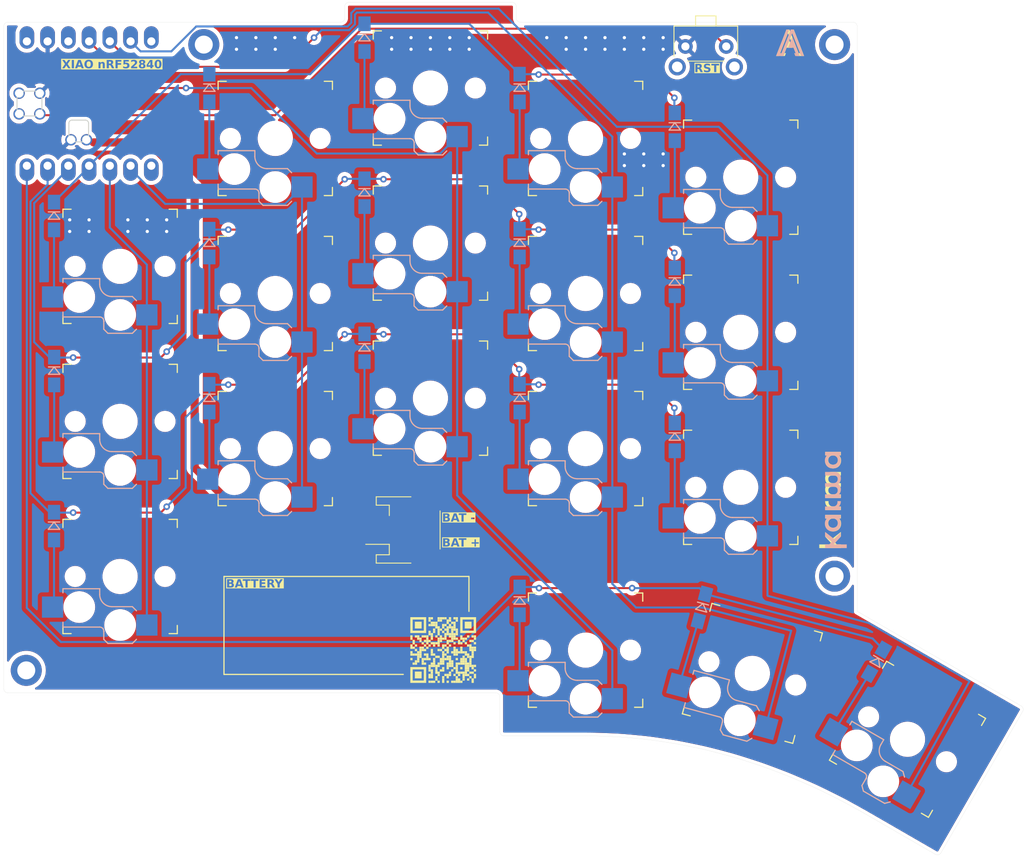
<source format=kicad_pcb>
(kicad_pcb (version 20221018) (generator pcbnew)
  (title_block (title "Karma Wireless Split Ergonomic Keyboard") (date "2023-04-08") (rev "0.3"))
  (layers (0 "F.Cu" signal) (31 "B.Cu" signal) (34 "B.Paste" user) (35 "F.Paste" user) (36 "B.SilkS" user "B.Silkscreen") (37 "F.SilkS" user "F.Silkscreen") (38 "B.Mask" user) (39 "F.Mask" user) (44 "Edge.Cuts" user))
  (net 0 "")
  (net 1 "ROW0_L")
  (net 2 "Net-(DL1-A)")
  (net 3 "Net-(DL2-A)")
  (net 4 "Net-(DL3-A)")
  (net 5 "Net-(DL4-A)")
  (net 6 "Net-(DL5-A)")
  (net 7 "ROW1_L")
  (net 8 "Net-(DL6-A)")
  (net 9 "Net-(DL7-A)")
  (net 10 "Net-(DL8-A)")
  (net 11 "Net-(DL9-A)")
  (net 12 "Net-(DL10-A)")
  (net 13 "ROW2_L")
  (net 14 "Net-(DL11-A)")
  (net 15 "Net-(DL12-A)")
  (net 16 "Net-(DL13-A)")
  (net 17 "Net-(DL14-A)")
  (net 18 "Net-(DL15-A)")
  (net 19 "ROW3_L")
  (net 20 "Net-(DL16-A)")
  (net 21 "Net-(DL17-A)")
  (net 22 "Net-(DL18-A)")
  (net 23 "VBAT_L")
  (net 24 "GND_L")
  (net 25 "RESET_L")
  (net 26 "COL0_L")
  (net 27 "COL1_L")
  (net 28 "COL2_L")
  (net 29 "COL3_L")
  (net 30 "COL4_L")
  (footprint "karmalib:Kailh_Socket_PG1350_Optional" (layer "F.Cu") (at 128.015625 54.85)
    (fp_text reference "SWL5" hide)
    (fp_text value "SW_Push_45deg")
  )
  (footprint "karmalib:Kailh_Socket_PG1350_Optional" (layer "F.Cu") (at 90.015625 81.925)
    (fp_text reference "SWL13" hide)
    (fp_text value "SW_Push_45deg")
  )
  (footprint "karmalib:Kailh_Socket_PG1350_Optional" (layer "F.Cu") (at 109.015625 69.1)
    (fp_text reference "SWL9" hide)
    (fp_text value "SW_Push_45deg")
  )
  (footprint "karmalib:Kailh_Socket_PG1350_Optional" (layer "F.Cu") (at 148.440625 123.725 -30)
    (fp_text reference "SWL18" hide)
    (fp_text value "SW_Push_45deg")
  )
  (footprint "karmalib:Kailh_Socket_PG1350_Optional" (layer "F.Cu") (at 52.015625 65.775)
    (fp_text reference "SWL1" hide)
    (fp_text value "SW_Push_45deg")
  )
  (footprint "karmalib:Kailh_Socket_PG1350_Optional" (layer "F.Cu") (at 129.440625 115.65 -15)
    (fp_text reference "SWL17" hide)
    (fp_text value "SW_Push_45deg")
  )
  (footprint "karmalib:Kailh_Socket_PG1350_Optional" (layer "F.Cu") (at 71.015625 69.1)
    (fp_text reference "SWL7" hide)
    (fp_text value "SW_Push_45deg")
  )
  (footprint "karmalib:Kailh_Socket_PG1350_Optional" (layer "F.Cu") (at 128.015625 92.85)
    (fp_text reference "SWL15" hide)
    (fp_text value "SW_Push_45deg")
  )
  (footprint "karmalib:JST_PH_S2B-PH-SM4-TB" (layer "F.Cu") (at 86.690625 98.075 90)
    (fp_text reference "J1" hide)
    (fp_text value "BAT")
  )
  (footprint "karmalib:Kailh_Socket_PG1350_Optional" (layer "F.Cu") (at 109.015625 50.1)
    (fp_text reference "SWL4" hide)
    (fp_text value "SW_Push_45deg")
  )
  (footprint "karmalib:Kailh_Socket_PG1350_Optional" (layer "F.Cu") (at 109.015625 88.1)
    (fp_text reference "SWL14" hide)
    (fp_text value "SW_Push_45deg")
  )
  (footprint "karmalib:Kailh_Socket_PG1350_Optional" (layer "F.Cu") (at 90.015625 62.925)
    (fp_text reference "SWL8" hide)
    (fp_text value "SW_Push_45deg")
  )
  (footprint "karmalib:Kailh_Socket_PG1350_Optional" (layer "F.Cu") (at 128.015625 73.85)
    (fp_text reference "SWL10" hide)
    (fp_text value "SW_Push_45deg")
  )
  (footprint "karmalib:Kailh_Socket_PG1350_Optional" (layer "F.Cu") (at 52.015625 103.775)
    (fp_text reference "SWL11" hide)
    (fp_text value "SW_Push_45deg")
  )
  (footprint "karmalib:Kailh_Socket_PG1350_Optional" (layer "F.Cu") (at 90.015625 43.925)
    (fp_text reference "SWL3" hide)
    (fp_text value "SW_Push_45deg")
  )
  (footprint "karmalib:Kailh_Socket_PG1350_Optional" (layer "F.Cu") (at 52.015625 84.775)
    (fp_text reference "SWL6" hide)
    (fp_text value "SW_Push_45deg")
  )
  (footprint "karmalib:SKHLLCA010" (layer "F.Cu") (at 123.740625 40.08)
    (fp_text reference "RSW1" hide)
    (fp_text value "SW_Push")
  )
  (footprint "MountingHole:MountingHole_2.2mm_M2_DIN965_Pad" (layer "F.Cu") (at 139.512297 103.739073)
    (fp_text reference "REF**" hide)
    (fp_text value "MountingHole_2.2mm_M2_DIN965_Pad")
  )
  (footprint "karmalib:XIAO_nRF52840_SMD_Cutout" (layer "F.Cu") (at 48.215625 45.825 90)
    (fp_text reference "U1" hide)
    (fp_text value "xiao-ble" hide)
    (fp_line (start -4.699 -0.7488) (end -4.699 -1.7902) (stroke (width 0.12)) (layer "Edge.Cuts"))
    (fp_line (start -4.0132 -2.476) (end -2.413 -2.476) (stroke (width 0.12)) (layer "Edge.Cuts"))
    (fp_line (start -2.413 -0.063) (end -4.0132 -0.063) (stroke (width 0.12)) (layer "Edge.Cuts"))
    (fp_line (start -2.032 -2.095) (end -2.032 -0.444) (stroke (width 0.12)) (layer "Edge.Cuts"))
    (fp_line (start -1.524 -6.4638) (end -1.524 -8.1402) (stroke (width 0.12)) (layer "Edge.Cuts"))
    (fp_line (start -0.8382 -8.826) (end 0.8382 -8.826) (stroke (width 0.12)) (layer "Edge.Cuts"))
    (fp_line (start -0.8382 -5.778) (end 0.8382 -5.778) (stroke (width 0.12)) (layer "Edge.Cuts"))
    (fp_line (start 1.524 -6.4638) (end 1.524 -8.1402) (stroke (width 0.12)) (layer "Edge.Cuts"))
    (fp_arc (start -4.699 -0.7488) (mid -4.095391 -0.666609) (end -4.0132 -0.063) (stroke (width 0.12)) (layer "Edge.Cuts"))
    (fp_arc (start -4.0132 -2.476) (mid -4.095391 -1.872391) (end -4.699 -1.7902) (stroke (width 0.12)) (layer "Edge.Cuts"))
    (fp_arc (start -2.413 -2.476) (mid -2.143592 -2.364408) (end -2.032 -2.095) (stroke (width 0.12)) (layer "Edge.Cuts"))
    (fp_arc (start -2.032 -0.444) (mid -2.143592 -0.174592) (end -2.413 -0.063) (stroke (width 0.12)) (layer "Edge.Cuts"))
    (fp_arc (start -1.524 -6.4638) (mid -0.920391 -6.381609) (end -0.8382 -5.778) (stroke (width 0.12)) (layer "Edge.Cuts"))
    (fp_arc (start -0.8382 -8.826) (mid -0.920391 -8.222391) (end -1.524 -8.1402) (stroke (width 0.12)) (layer "Edge.Cuts"))
    (fp_arc (start 0.8382 -5.778) (mid 0.920391 -6.381609) (end 1.524 -6.4638) (stroke (width 0.12)) (layer "Edge.Cuts"))
    (fp_arc (start 1.524 -8.1402) (mid 0.920393 -8.222393) (end 0.8382 -8.826) (stroke (width 0.12)) (layer "Edge.Cuts"))
  )
  (footprint "MountingHole:MountingHole_2.2mm_M2_DIN965_Pad" (layer "F.Cu") (at 40.522298 115.278567)
    (fp_text reference "REF**" hide)
    (fp_text value "MountingHole_2.2mm_M2_DIN965_Pad" hide)
  )
  (footprint "MountingHole:MountingHole_2.2mm_M2_DIN965_Pad" (layer "F.Cu") (at 139.512298 38.603567)
    (fp_text reference "REF**" hide)
    (fp_text value "MountingHole_2.2mm_M2_DIN965_Pad" hide)
  )
  (footprint "karmalib:Kailh_Socket_PG1350_Optional" (layer "F.Cu") (at 71.015625 88.1)
    (fp_text reference "SWL12" hide)
    (fp_text value "SW_Push_45deg")
  )
  (footprint "karmalib:Kailh_Socket_PG1350_Optional" (layer "F.Cu") (at 71.015625 50.1)
    (fp_text reference "SWL2" hide)
    (fp_text value "SW_Push_45deg")
  )
  (footprint "MountingHole:MountingHole_2.2mm_M2_DIN965_Pad" (layer "F.Cu") (at 62.262298 38.603567)
    (fp_text reference "REF**" hide)
    (fp_text value "MountingHole_2.2mm_M2_DIN965_Pad" hide)
  )
  (footprint "karmalib:Kailh_Socket_PG1350_Optional" (layer "F.Cu") (at 109.015625 112.8)
    (fp_text reference "SWL16" hide)
    (fp_text value "SW_Push_45deg")
  )
  (footprint "karmalib:Diode_SOD123" (layer "B.Cu") (at 144.640625 114.225 -120)
    (fp_text reference "DL18" hide)
    (fp_text value "D_Small" hide)
  )
  (footprint "karmalib:Diode_SOD123" (layer "B.Cu") (at 81.940625 75.75 -90)
    (fp_text reference "DL13" hide)
    (fp_text value "D_Small" hide)
  )
  (footprint "karmalib:Diode_SOD123" (layer "B.Cu") (at 81.940625 37.75 -90)
    (fp_text reference "DL3" hide)
    (fp_text value "D_Small" hide)
  )
  (footprint "karmalib:Diode_SOD123" (layer "B.Cu") (at 62.940625 43.925 -90)
    (fp_text reference "DL2" hide)
    (fp_text value "D_Small" hide)
  )
  (footprint "karmalib:Diode_SOD123" (layer "B.Cu") (at 100.940625 62.925 -90)
    (fp_text reference "DL9" hide)
    (fp_text value "D_Small" hide)
  )
  (footprint "karmalib:Diode_SOD123" (layer "B.Cu") (at 119.940625 48.675 -90)
    (fp_text reference "DL5" hide)
    (fp_text value "D_Small" hide)
  )
  (footprint "karmalib:Diode_SOD123" (layer "B.Cu") (at 43.921875 97.6 -90)
    (fp_text reference "DL11" hide)
    (fp_text value "D_Small" hide)
  )
  (footprint "karmalib:Diode_SOD123" (layer "B.Cu") (at 123.265625 107.575 -105)
    (fp_text reference "DL17" hide)
    (fp_text value "D_Small" hide)
  )
  (footprint "karmalib:Diode_SOD123" (layer "B.Cu") (at 100.940625 81.925 -90)
    (fp_text reference "DL14" hide)
    (fp_text value "D_Small" hide)
  )
  (footprint "karmalib:Diode_SOD123" (layer "B.Cu") (at 43.921875 59.6 -90)
    (fp_text reference "DL1" hide)
    (fp_text value "D_Small" hide)
  )
  (footprint "karmalib:Diode_SOD123" (layer "B.Cu") (at 119.940625 86.675 -90)
    (fp_text reference "DL15" hide)
    (fp_text value "D_Small" hide)
  )
  (footprint "karmalib:Diode_SOD123" (layer "B.Cu") (at 43.940625 78.6 -90)
    (fp_text reference "DL6" hide)
    (fp_text value "D_Small" hide)
  )
  (footprint "karmalib:Diode_SOD123" (layer "B.Cu") (at 100.940625 43.925 -90)
    (fp_text reference "DL4" hide)
    (fp_text value "D_Small" hide)
  )
  (footprint "karmalib:Diode_SOD123" (layer "B.Cu") (at 62.940625 62.925 -90)
    (fp_text reference "DL7" hide)
    (fp_text value "D_Small" hide)
  )
  (footprint "karmalib:Diode_SOD123" (layer "B.Cu") (at 119.940625 67.675 -90)
    (fp_text reference "DL10" hide)
    (fp_text value "D_Small" hide)
  )
  (footprint "karmalib:Diode_SOD123" (layer "B.Cu") (at 62.940625 81.925 -90)
    (fp_text reference "DL12" hide)
    (fp_text value "D_Small" hide)
  )
  (footprint "karmalib:Diode_SOD123" (layer "B.Cu") (at 100.940625 106.765625 -90)
    (fp_text reference "DL16" hide)
    (fp_text value "D_Small" hide)
  )
  (footprint "karmalib:Diode_SOD123" (layer "B.Cu") (at 81.940625 56.75 -90)
    (fp_text reference "DL8" hide)
    (fp_text value "D_Small" hide)
  )
  (gr_poly (pts (xy 132.339779 40.0074) (xy 132.697616 40.0074) (xy 133.96538 36.756194) (xy 133.607543 36.756194)) (fill solid) (layer "B.SilkS"))
  (gr_poly (pts (xy 140.278174 89.54108) (xy 140.277419 89.518179) (xy 140.276161 89.495515) (xy 140.2744 89.473089) (xy 140.272135 89.450901) (xy 140.269368 89.42895) (xy 140.266097 89.407237) (xy 140.262323 89.385761) (xy 140.258046 89.364524) (xy 140.253266 89.343523) (xy 140.247984 89.322761) (xy 140.242198 89.302235) (xy 140.235908 89.281947) (xy 140.229116 89.261897) (xy 140.221821 89.242084) (xy 140.214024 89.222509) (xy 140.205734 89.203214) (xy 140.19697 89.18424) (xy 140.18773 89.165588) (xy 140.178016 89.147258) (xy 140.167826 89.129248) (xy 140.157161 89.111561) (xy 140.146021 89.094194) (xy 140.134406 89.077149) (xy 140.122316 89.060425) (xy 140.109751 89.044023) (xy 140.096711 89.027942) (xy 140.083196 89.012182) (xy 140.069205 88.996744) (xy 140.05474 88.981627) (xy 140.0398 88.966831) (xy 140.024384 88.952357) (xy 140.256954 88.952357) (xy 140.256954 88.505092) (xy 138.346244 88.505092) (xy 138.346244 88.930892) (xy 138.593128 88.930892) (xy 138.576398 88.94496) (xy 138.560199 88.959433) (xy 138.544531 88.974312) (xy 138.529394 88.989596) (xy 138.514788 89.005286) (xy 138.500713 89.02138) (xy 138.487169 89.03788) (xy 138.474156 89.054785) (xy 138.461674 89.072096) (xy 138.449723 89.089812) (xy 138.438303 89.107933) (xy 138.427415 89.12646) (xy 138.417058 89.145392) (xy 138.407232 89.164729) (xy 138.397937 89.184471) (xy 138.389174 89.204619) (xy 138.380942 89.225103) (xy 138.373241 89.245852) (xy 138.366071 89.266866) (xy 138.359432 89.288147) (xy 138.353325 89.309692) (xy 138.347748 89.331504) (xy 138.342703 89.353581) (xy 138.338189 89.375923) (xy 138.334205 89.398531) (xy 138.330753 89.421404) (xy 138.327832 89.444543) (xy 138.325442 89.467948) (xy 138.323583 89.491617) (xy 138.322256 89.515553) (xy 138.321459 89.539753) (xy 138.321193 89.564219) (xy 138.321669 89.598876) (xy 138.323094 89.633071) (xy 138.32547 89.666805) (xy 138.328797 89.700078) (xy 138.333074 89.732889) (xy 138.338301 89.765239) (xy 138.344479 89.797128) (xy 138.351607 89.828556) (xy 138.359685 89.859522) (xy 138.368713 89.890027) (xy 138.378692 89.920071) (xy 138.389621 89.949654) (xy 138.401501 89.978775) (xy 138.41433 90.007435) (xy 138.42811 90.035634) (xy 138.44284 90.063372) (xy 138.458441 90.090501) (xy 138.474824 90.116875) (xy 138.491989 90.142494) (xy 138.509937 90.167359) (xy 138.528667 90.191469) (xy 138.548179 90.214825) (xy 138.568475 90.237426) (xy 138.589552 90.259272) (xy 138.611413 90.280364) (xy 138.634056 90.3007) (xy 138.657482 90.320282) (xy 138.681691 90.33911) (xy 138.706684 90.357182) (xy 138.732459 90.3745) (xy 138.759017 90.391063) (xy 138.786359 90.406871) (xy 138.814367 90.42182) (xy 138.842934 90.435804) (xy 138.872061 90.448824) (xy 138.901747 90.460879) (xy 138.931992 90.47197) (xy 138.962796 90.482096) (xy 138.99416 90.491258) (xy 139.026083 90.499456) (xy 139.058565 90.506689) (xy 139.091606 90.512957) (xy 139.125207 90.518262) (xy 139.159367 90.522601) (xy 139.194086 90.525977) (xy 139.229364 90.528388) (xy 139.265202 90.529834) (xy 139.301599 90.530317) (xy 139.301599 90.079475) (xy 139.268459 90.078853) (xy 139.236131 90.076987) (xy 139.204613 90.073877) (xy 139.173906 90.069523) (xy 139.144009 90.063925) (xy 139.114923 90.057083) (xy 139.086648 90.048997) (xy 139.059183 90.039667) (xy 139.032529 90.029093) (xy 139.006686 90.017275) (xy 138.981653 90.004213) (xy 138.957432 89.989907) (xy 138.934021 89.974358) (xy 138.911421 89.957564) (xy 138.889632 89.939526) (xy 138.868654 89.920244) (xy 138.848719 89.899999) (xy 138.830071 89.879069) (xy 138.81271 89.857454) (xy 138.796635 89.835154) (xy 138.781846 89.812169) (xy 138.768343 89.788498) (xy 138.756127 89.764143) (xy 138.745197 89.739103) (xy 138.735553 89.713378) (xy 138.727195 89.686968) (xy 138.720123 89.659873) (xy 138.714337 89.632094) (xy 138.709837 89.603629) (xy 138.706623 89.574479) (xy 138.704694 89.544645) (xy 138.704051 89.514126) (xy 138.704694 89.4836) (xy 138.706623 89.453745) (xy 138.709837 89.424561) (xy 138.714337 89.396048) (xy 138.720123 89.368206) (xy 138.727195 89.341035) (xy 138.735553 89.314535) (xy 138.745197 89.288705) (xy 138.756127 89.263547) (xy 138.768343 89.239059) (xy 138.781846 89.215242) (xy 138.796635 89.192096) (xy 138.81271 89.169621) (xy 138.830071 89.147817) (xy 138.848719 89.126683) (xy 138.868654 89.106221) (xy 138.889632 89.086723) (xy 138.911421 89.068482) (xy 138.934021 89.0515) (xy 138.957432 89.035776) (xy 138.981653 89.02131) (xy 139.006686 89.008102) (xy 139.032529 88.996152) (xy 139.059183 88.98546) (xy 139.086648 88.976025) (xy 139.114923 88.967849) (xy 139.144009 88.96093) (xy 139.173906 88.95527) (xy 139.204613 88.950867) (xy 139.236131 88.947723) (xy 139.268459 88.945836) (xy 139.301599 88.945207) (xy 139.33474 88.945836) (xy 139.36707 88.947723) (xy 139.398588 88.950867) (xy 139.429296 88.95527) (xy 139.459192 88.96093) (xy 139.488277 88.967849) (xy 139.516552 88.976025) (xy 139.544016 88.98546) (xy 139.570669 88.996152) (xy 139.596512 89.008102) (xy 139.621545 89.02131) (xy 139.645767 89.035776) (xy 139.66918 89.0515) (xy 139.691782 89.068482) (xy 139.713574 89.086723) (xy 139.734557 89.106221) (xy 139.754487 89.126683) (xy 139.773131 89.147817) (xy 139.79049 89.169621) (xy 139.806563 89.192096) (xy 139.82135 89.215242) (xy 139.834851 89.239059) (xy 139.847067 89.263547) (xy 139.857997 89.288705) (xy 139.867641 89.314535) (xy 139.876 89.341035) (xy 139.883072 89.368206) (xy 139.888859 89.396048) (xy 139.893359 89.424561) (xy 139.896574 89.453745) (xy 139.898503 89.4836) (xy 139.899146 89.514126) (xy 139.898503 89.544645) (xy 139.896574 89.574479) (xy 139.893359 89.603629) (xy 139.888859 89.632094) (xy 139.883072 89.659873) (xy 139.876 89.686968) (xy 139.867641 89.713378) (xy 139.857997 89.739103) (xy 139.847067 89.764143) (xy 139.834851 89.788498) (xy 139.82135 89.812169) (xy 139.806563 89.835154) (xy 139.79049 89.857454) (xy 139.773131 89.879069) (xy 139.754487 89.899999) (xy 139.734557 89.920244) (xy 139.713574 89.939526) (xy 139.691782 89.957564) (xy 139.66918 89.974358) (xy 139.645767 89.989907) (xy 139.621545 90.004213) (xy 139.596512 90.017275) (xy 139.570669 90.029093) (xy 139.544016 90.039667) (xy 139.516552 90.048997) (xy 139.488277 90.057083) (xy 139.459192 90.063925) (xy 139.429296 90.069523) (xy 139.398588 90.073877) (xy 139.36707 90.076987) (xy 139.33474 90.078853) (xy 139.301599 90.079475) (xy 139.301599 90.530317) (xy 139.337988 90.529834) (xy 139.373805 90.528388) (xy 139.409048 90.525977) (xy 139.443717 90.522601) (xy 139.477814 90.518262) (xy 139.511337 90.512957) (xy 139.544287 90.506689) (xy 139.576664 90.499456) (xy 139.608468 90.491258) (xy 139.639699 90.482096) (xy 139.670357 90.47197) (xy 139.700442 90.460879) (xy 139.729955 90.448824) (xy 139.758894 90.435804) (xy 139.787261 90.42182) (xy 139.815056 90.406871) (xy 139.842177 90.391063) (xy 139.86853 90.3745) (xy 139.894114 90.357182) (xy 139.91893 90.33911) (xy 139.942977 90.320282) (xy 139.966256 90.3007) (xy 139.988766 90.280364) (xy 140.010507 90.259272) (xy 140.03148 90.237426) (xy 140.051684 90.214825) (xy 140.07112 90.191469) (xy 140.089786 90.167359) (xy 140.107684 90.142494) (xy 140.124814 90.116875) (xy 140.141174 90.090501) (xy 140.156766 90.063372) (xy 140.171498 90.035634) (xy 140.18528 90.007435) (xy 140.198111 89.978775) (xy 140.209992 89.949654) (xy 140.220922 89.920071) (xy 140.230902 89.890027) (xy 140.239932 89.859522) (xy 140.24801 89.828556) (xy 140.255139 89.797128) (xy 140.261317 89.765239) (xy 140.266545 89.732889) (xy 140.270822 89.700078) (xy 140.274148 89.666805) (xy 140.276524 89.633071) (xy 140.27795 89.598876) (xy 140.278425 89.564219)) (fill solid) (layer "B.SilkS"))
  (gr_poly (pts (xy 140.277608 91.702293) (xy 140.275155 91.658881) (xy 140.271066 91.616642) (xy 140.265342 91.575578) (xy 140.257983 91.535687) (xy 140.248989 91.496971) (xy 140.23836 91.459429) (xy 140.226095 91.42306) (xy 140.212195 91.387866) (xy 140.19666 91.353846) (xy 140.179489 91.320999) (xy 140.160684 91.289327) (xy 140.140243 91.258829) (xy 140.118167 91.229505) (xy 140.094456 91.201355) (xy 140.06911 91.174379) (xy 140.042126 91.148816) (xy 140.013507 91.124901) (xy 139.983253 91.102636) (xy 139.951363 91.082019) (xy 139.917838 91.063052) (xy 139.882678 91.045735) (xy 139.845883 91.030066) (xy 139.807453 91.016047) (xy 139.767387 91.003677) (xy 139.725687 90.992956) (xy 139.682352 90.983885) (xy 139.637381 90.976463) (xy 139.590776 90.97069) (xy 139.542536 90.966567) (xy 139.492661 90.964093) (xy 139.441151 90.963268) (xy 138.346244 90.963268) (xy 138.346244 91.410534) (xy 139.383893 91.410534) (xy 139.41472 91.410968) (xy 139.444582 91.412268) (xy 139.47348 91.414434) (xy 139.501413 91.417468) (xy 139.528381 91.421367) (xy 139.554386 91.426134) (xy 139.579425 91.431767) (xy 139.6035 91.438267) (xy 139.626611 91.445633) (xy 139.648757 91.453866) (xy 139.669939 91.462965) (xy 139.690156 91.472931) (xy 139.709408 91.483764) (xy 139.727695 91.495463) (xy 139.745018 91.508028) (xy 139.761377 91.52146) (xy 139.776759 91.535703) (xy 139.791149 91.5507) (xy 139.804547 91.566452) (xy 139.816952 91.582958) (xy 139.828365 91.60022) (xy 139.838786 91.618236) (xy 139.848214 91.637007) (xy 139.85665 91.656532) (xy 139.864094 91.676813) (xy 139.870545 91.697848) (xy 139.876004 91.719638) (xy 139.88047 91.742183) (xy 139.883944 91.765483) (xy 139.886425 91.789537) (xy 139.887914 91.814347) (xy 139.88841 91.839911) (xy 139.88783 91.867739) (xy 139.88609 91.894869) (xy 139.88319 91.921299) (xy 139.87913 91.947031) (xy 139.87391 91.972065) (xy 139.86753 91.996399) (xy 139.85999 92.020034) (xy 139.851291 92.042971) (xy 139.841431 92.065209) (xy 139.830411 92.086748) (xy 139.818231 92.107587) (xy 139.804891 92.127728) (xy 139.790391 92.14717) (xy 139.774731 92.165914) (xy 139.757911 92.183958) (xy 139.739931 92.201303) (xy 139.72087 92.217768) (xy 139.700818 92.233171) (xy 139.679773 92.247511) (xy 139.657736 92.260789) (xy 139.634708 92.273005) (xy 139.610687 92.284159) (xy 139.585674 92.29425) (xy 139.559669 92.303279) (xy 139.532672 92.311246) (xy 139.504683 92.31815) (xy 139.475702 92.323992) (xy 139.445728 92.328772) (xy 139.414763 92.33249) (xy 139.382805 92.335146) (xy 139.349855 92.336739) (xy 139.315913 92.33727) (xy 138.346244 92.33727) (xy 138.346244 92.784536) (xy 139.383893 92.784536) (xy 139.41472 92.784969) (xy 139.444582 92.786269) (xy 139.47348 92.788436) (xy 139.501413 92.791469) (xy 139.528381 92.795369) (xy 139.554386 92.800135) (xy 139.579425 92.805769) (xy 139.6035 92.812268) (xy 139.626611 92.819635) (xy 139.648757 92.827868) (xy 139.669939 92.836967) (xy 139.690156 92.846933) (xy 139.709408 92.857766) (xy 139.727695 92.869465) (xy 139.745018 92.88203) (xy 139.761377 92.895463) (xy 139.776759 92.909704) (xy 139.791149 92.924701) (xy 139.804547 92.940452) (xy 139.816952 92.956959) (xy 139.828365 92.97422) (xy 139.838786 92.992236) (xy 139.848214 93.011007) (xy 139.85665 93.030533) (xy 139.864094 93.050814) (xy 139.870545 93.071849) (xy 139.876004 93.093639) (xy 139.88047 93.116184) (xy 139.883944 93.139484) (xy 139.886425 93.163539) (xy 139.887914 93.188348) (xy 139.88841 93.213912) (xy 139.887837 93.242166) (xy 139.886118 93.26968) (xy 139.883253 93.296453) (xy 139.879242 93.322485) (xy 139.874085 93.347777) (xy 139.867781 93.372328) (xy 139.860332 93.396138) (xy 139.851736 93.419207) (xy 139.841995 93.441536) (xy 139.831107 93.463123) (xy 139.819073 93.48397) (xy 139.805894 93.504077) (xy 139.791568 93.523442) (xy 139.776096 93.542067) (xy 139.759478 93.559951) (xy 139.741714 93.577094) (xy 139.722857 93.593343) (xy 139.702967 93.608543) (xy 139.682042 93.622695) (xy 139.660083 93.635798) (xy 139.637091 93.647853) (xy 139.613064 93.65886) (xy 139.588003 93.668819) (xy 139.561907 93.677729) (xy 139.534778 93.685591) (xy 139.506614 93.692404) (xy 139.477416 93.698169) (xy 139.447184 93.702886) (xy 139.415918 93.706555) (xy 139.383617 93.709176) (xy 139.350282 93.710748) (xy 139.315913 93.711272) (xy 138.346244 93.711272) (xy 138.346244 94.158538) (xy 140.256954 94.158538) (xy 140.256954 93.732744) (xy 140.013648 93.732744) (xy 140.029512 93.719115) (xy 140.0449 93.705068) (xy 140.059813 93.690602) (xy 140.074251 93.675716) (xy 140.088213 93.660411) (xy 140.1017 93.644686) (xy 140.114712 93.628543) (xy 140.127249 93.61198) (xy 140.139311 93.594997) (xy 140.150898 93.577596) (xy 140.16201 93.559775) (xy 140.172646 93.541535) (xy 140.182808 93.522876) (xy 140.192495 93.503797) (xy 140.201708 93.484299) (xy 140.210445 93.464381) (xy 140.218677 93.444114) (xy 140.226378 93.423568) (xy 140.233548 93.402742) (xy 140.240186 93.381637) (xy 140.246294 93.360252) (xy 140.25187 93.338588) (xy 140.256916 93.316644) (xy 140.26143 93.29442) (xy 140.265413 93.271918) (xy 140.268866 93.249135) (xy 140.271787 93.226073) (xy 140.274177 93.202732) (xy 140.276035 93.179111) (xy 140.277363 93.155211) (xy 140.27816 93.13103) (xy 140.278425 93.106571) (xy 140.278111 93.079924) (xy 140.277168 93.053654) (xy 140.275596 93.027761) (xy 140.273396 93.002246) (xy 140.270566 92.977108) (xy 140.267108 92.952347) (xy 140.26302 92.927964) (xy 140.258304 92.903958) (xy 140.252958 92.88033) (xy 140.246983 92.857079) (xy 140.240378 92.834205) (xy 140.233145 92.811709) (xy 140.225281 92.78959) (xy 140.216788 92.767849) (xy 140.207666 92.746485) (xy 140.197913 92.725499) (xy 140.18755 92.704974) (xy 140.176586 92.684994) (xy 140.16502 92.665559) (xy 140.152854 92.646669) (xy 140.140086 92.628324) (xy 140.126716 92.610524) (xy 140.112746 92.59327) (xy 140.098175 92.57656) (xy 140.083002 92.560395) (xy 140.067229 92.544776) (xy 140.050854 92.529701) (xy 140.033879 92.515172) (xy 140.016303 92.501188) (xy 139.998126 92.487748) (xy 139.979348 92.474854) (xy 139.959969 92.462505) (xy 139.978496 92.44748) (xy 139.996506 92.431924) (xy 140.013999 92.415837) (xy 140.030975 92.399218) (xy 140.047434 92.382069) (xy 140.063376 92.364388) (xy 140.0788 92.346176) (xy 140.093708 92.327433) (xy 140.108098 92.308159) (xy 140.121972 92.288353) (xy 140.135328 92.268017) (xy 140.148166 92.247149) (xy 140.160488 92.22575) (xy 140.172292 92.20382) (xy 140.183578 92.181359) (xy 140.194348 92.158366) (xy 140.20453 92.134955) (xy 140.214055 92.111236) (xy 140.222923 92.08721) (xy 140.231133 92.062876) (xy 140.238687 92.038234) (xy 140.245584 92.013285) (xy 140.251824 91.988028) (xy 140.257408 91.962464) (xy 140.262334 91.936592) (xy 140.266603 91.910413) (xy 140.270215 91.883926) (xy 140.273171 91.857132) (xy 140.27547 91.83003) (xy 140.277112 91.802621) (xy 140.278097 91.774904) (xy 140.278425 91.74688)) (fill solid) (layer "B.SilkS"))
  (gr_poly (pts (xy 132.873179 40.0074) (xy 133.231016 40.0074) (xy 134.49878 36.756194) (xy 134.140943 36.756194)) (fill solid) (layer "B.SilkS"))
  (gr_poly (pts (xy 133.802755 38.991398) (xy 134.481366 38.991398) (xy 134.879777 40.007398) (xy 135.235377 40.007398) (xy 134.324171 37.670599)) (fill solid) (layer "B.SilkS"))
  (gr_poly (pts (xy 140.278174 97.266264) (xy 140.277419 97.243362) (xy 140.276161 97.220698) (xy 140.2744 97.198272) (xy 140.272135 97.176083) (xy 140.269368 97.154132) (xy 140.266097 97.132419) (xy 140.262323 97.110943) (xy 140.258046 97.089705) (xy 140.253266 97.068704) (xy 140.247984 97.047942) (xy 140.242198 97.027416) (xy 140.235908 97.007129) (xy 140.229116 96.987079) (xy 140.221821 96.967267) (xy 140.214024 96.947693) (xy 140.205734 96.928397) (xy 140.19697 96.909423) (xy 140.18773 96.89077) (xy 140.178016 96.872439) (xy 140.167826 96.85443) (xy 140.157161 96.836741) (xy 140.146021 96.819374) (xy 140.134406 96.802329) (xy 140.122316 96.785605) (xy 140.109751 96.769203) (xy 140.096711 96.753122) (xy 140.083196 96.737363) (xy 140.069205 96.721925) (xy 140.05474 96.706809) (xy 140.0398 96.692014) (xy 140.024384 96.677541) (xy 140.256954 96.677541) (xy 140.256954 96.230275) (xy 138.346244 96.230275) (xy 138.346244 96.656076) (xy 138.593128 96.656076) (xy 138.576398 96.670144) (xy 138.560199 96.684617) (xy 138.544531 96.699496) (xy 138.529394 96.71478) (xy 138.514788 96.730469) (xy 138.500713 96.746564) (xy 138.487169 96.763064) (xy 138.474156 96.779969) (xy 138.461674 96.79728) (xy 138.449723 96.814995) (xy 138.438303 96.833117) (xy 138.427415 96.851643) (xy 138.417058 96.870575) (xy 138.407232 96.889912) (xy 138.397937 96.909655) (xy 138.389174 96.929803) (xy 138.380942 96.950286) (xy 138.373241 96.971035) (xy 138.366071 96.992049) (xy 138.359432 97.013329) (xy 138.353325 97.034875) (xy 138.347748 97.056686) (xy 138.342703 97.078762) (xy 138.338189 97.101104) (xy 138.334205 97.123712) (xy 138.330753 97.146585) (xy 138.327832 97.169724) (xy 138.325442 97.193128) (xy 138.323583 97.216798) (xy 138.322256 97.240734) (xy 138.321459 97.264936) (xy 138.321193 97.289403) (xy 138.321669 97.324059) (xy 138.323094 97.358254) (xy 138.32547 97.391988) (xy 138.328797 97.425261) (xy 138.333074 97.458072) (xy 138.338301 97.490422) (xy 138.344479 97.522311) (xy 138.351607 97.553738) (xy 138.359685 97.584704) (xy 138.368713 97.615209) (xy 138.378692 97.645253) (xy 138.389621 97.674835) (xy 138.401501 97.703956) (xy 138.41433 97.732616) (xy 138.42811 97.760815) (xy 138.44284 97.788552) (xy 138.458441 97.815681) (xy 138.474824 97.842056) (xy 138.491989 97.867676) (xy 138.509937 97.892541) (xy 138.528667 97.916652) (xy 138.548179 97.940008) (xy 138.568475 97.962609) (xy 138.589552 97.984455) (xy 138.611413 98.005547) (xy 138.634056 98.025884) (xy 138.657482 98.045466) (xy 138.681691 98.064293) (xy 138.706684 98.082366) (xy 138.732459 98.099684) (xy 138.759017 98.116247) (xy 138.786359 98.132055) (xy 138.814367 98.147003) (xy 138.842934 98.160987) (xy 138.872061 98.174006) (xy 138.901747 98.186061) (xy 138.931992 98.197152) (xy 138.962796 98.207278) (xy 138.99416 98.216441) (xy 139.026083 98.224638) (xy 139.058565 98.231871) (xy 139.091606 98.23814) (xy 139.125207 98.243445) (xy 139.159367 98.247785) (xy 139.194086 98.25116) (xy 139.229364 98.253571) (xy 139.265202 98.255018) (xy 139.301599 98.2555) (xy 139.301599 97.804652) (xy 139.268459 97.804031) (xy 139.236131 97.802165) (xy 139.204613 97.799055) (xy 139.173906 97.794701) (xy 139.144009 97.789103) (xy 139.114923 97.782261) (xy 139.086648 97.774176) (xy 139.059183 97.764846) (xy 139.032529 97.754273) (xy 139.006686 97.742455) (xy 138.981653 97.729394) (xy 138.957432 97.715089) (xy 138.934021 97.699539) (xy 138.911421 97.682746) (xy 138.889632 97.664709) (xy 138.868654 97.645428) (xy 138.848719 97.625182) (xy 138.830071 97.604251) (xy 138.81271 97.582635) (xy 138.796635 97.560335) (xy 138.781846 97.537349) (xy 138.768343 97.513679) (xy 138.756127 97.489324) (xy 138.745197 97.464284) (xy 138.735553 97.43856) (xy 138.727195 97.41215) (xy 138.720123 97.385056) (xy 138.714337 97.357276) (xy 138.709837 97.328812) (xy 138.706623 97.299663) (xy 138.704694 97.269828) (xy 138.704051 97.239309) (xy 138.704694 97.208783) (xy 138.706623 97.178928) (xy 138.709837 97.149744) (xy 138.714337 97.12123) (xy 138.720123 97.093388) (xy 138.727195 97.066217) (xy 138.735553 97.039717) (xy 138.745197 97.013888) (xy 138.756127 96.988729) (xy 138.768343 96.964242) (xy 138.781846 96.940425) (xy 138.796635 96.917279) (xy 138.81271 96.894805) (xy 138.830071 96.873) (xy 138.848719 96.851867) (xy 138.868654 96.831405) (xy 138.889632 96.811906) (xy 138.911421 96.793666) (xy 138.934021 96.776683) (xy 138.957432 96.760959) (xy 138.981653 96.746492) (xy 139.006686 96.733283) (xy 139.032529 96.721333) (xy 139.059183 96.71064) (xy 139.086648 96.701205) (xy 139.114923 96.693028) (xy 139.144009 96.686109) (xy 139.173906 96.680448) (xy 139.204613 96.676045) (xy 139.236131 96.6729) (xy 139.268459 96.671013) (xy 139.301599 96.670384) (xy 139.33474 96.671013) (xy 139.36707 96.6729) (xy 139.398588 96.676045) (xy 139.429296 96.680448) (xy 139.459192 96.686109) (xy 139.488277 96.693028) (xy 139.516552 96.701205) (xy 139.544016 96.71064) (xy 139.570669 96.721333) (xy 139.596512 96.733283) (xy 139.621545 96.746492) (xy 139.645767 96.760959) (xy 139.66918 96.776683) (xy 139.691782 96.793666) (xy 139.713574 96.811906) (xy 139.734557 96.831405) (xy 139.754487 96.851867) (xy 139.773131 96.873) (xy 139.79049 96.894805) (xy 139.806563 96.917279) (xy 139.82135 96.940425) (xy 139.834851 96.964242) (xy 139.847067 96.988729) (xy 139.857997 97.013888) (xy 139.867641 97.039717) (xy 139.876 97.066217) (xy 139.883072 97.093388) (xy 139.888859 97.12123) (xy 139.893359 97.149744) (xy 139.896574 97.178928) (xy 139.898503 97.208783) (xy 139.899146 97.239309) (xy 139.898503 97.269828) (xy 139.896574 97.299663) (xy 139.893359 97.328812) (xy 139.888859 97.357276) (xy 139.883072 97.385056) (xy 139.876 97.41215) (xy 139.867641 97.43856) (xy 139.857997 97.464284) (xy 139.847067 97.489324) (xy 139.834851 97.513679) (xy 139.82135 97.537349) (xy 139.806563 97.560335) (xy 139.79049 97.582635) (xy 139.773131 97.604251) (xy 139.754487 97.625182) (xy 139.734557 97.645428) (xy 139.713574 97.664709) (xy 139.691782 97.682746) (xy 139.66918 97.699539) (xy 139.645767 97.715089) (xy 139.621545 97.729394) (xy 139.596512 97.742455) (xy 139.570669 97.754273) (xy 139.544016 97.764846) (xy 139.516552 97.774176) (xy 139.488277 97.782261) (xy 139.459192 97.789103) (xy 139.429296 97.794701) (xy 139.398588 97.799055) (xy 139.36707 97.802165) (xy 139.33474 97.804031) (xy 139.301599 97.804652) (xy 139.301599 98.2555) (xy 139.337988 98.255018) (xy 139.373805 98.253571) (xy 139.409048 98.25116) (xy 139.443717 98.247785) (xy 139.477814 98.243445) (xy 139.511337 98.23814) (xy 139.544287 98.231871) (xy 139.576664 98.224638) (xy 139.608468 98.216441) (xy 139.639699 98.207278) (xy 139.670357 98.197152) (xy 139.700442 98.186061) (xy 139.729955 98.174006) (xy 139.758894 98.160987) (xy 139.787261 98.147003) (xy 139.815056 98.132055) (xy 139.842177 98.116247) (xy 139.86853 98.099684) (xy 139.894114 98.082366) (xy 139.91893 98.064293) (xy 139.942977 98.045466) (xy 139.966256 98.025884) (xy 139.988766 98.005547) (xy 140.010507 97.984455) (xy 140.03148 97.962609) (xy 140.051684 97.940008) (xy 140.07112 97.916652) (xy 140.089786 97.892541) (xy 140.107684 97.867676) (xy 140.124814 97.842056) (xy 140.141174 97.815681) (xy 140.156766 97.788552) (xy 140.171498 97.760815) (xy 140.18528 97.732616) (xy 140.198111 97.703956) (xy 140.209992 97.674835) (xy 140.220922 97.645253) (xy 140.230902 97.615209) (xy 140.239932 97.584704) (xy 140.24801 97.553738) (xy 140.255139 97.522311) (xy 140.261317 97.490422) (xy 140.266545 97.458072) (xy 140.270822 97.425261) (xy 140.274148 97.391988) (xy 140.276524 97.358254) (xy 140.27795 97.324059) (xy 140.278425 97.289403)) (fill solid) (layer "B.SilkS"))
  (gr_poly (pts (xy 135.41094 40.0074) (xy 135.768777 40.0074) (xy 134.501012 36.756194) (xy 134.143176 36.756194)) (fill solid) (layer "B.SilkS"))
  (gr_poly (pts (xy 134.562272 39.649311) (xy 134.701904 40.007411) (xy 134.879778 40.007411) (xy 134.740125 39.64927)) (fill solid) (layer "B.SilkS"))
  (gr_poly (pts (xy 139.852637 94.537824) (xy 139.85515 94.551967) (xy 139.857329 94.565776) (xy 139.859174 94.579249) (xy 139.860684 94.592388) (xy 139.86186 94.605191) (xy 139.8627 94.617658) (xy 139.863205 94.62979) (xy 139.863373 94.641587) (xy 139.862779 94.67379) (xy 139.860996 94.705098) (xy 139.858025 94.735512) (xy 139.853866 94.765032) (xy 139.848519 94.793657) (xy 139.841984 94.821387) (xy 139.83426 94.848224) (xy 139.825349 94.874165) (xy 139.81525 94.899213) (xy 139.803963 94.923365) (xy 139.791488 94.946623) (xy 139.777826 94.968987) (xy 139.762976 94.990456) (xy 139.746939 95.01103) (xy 139.729714 95.03071) (xy 139.711302 95.049495) (xy 139.691768 95.067259) (xy 139.671185 95.083878) (xy 139.649555 95.09935) (xy 139.626876 95.113676) (xy 139.60315 95.126856) (xy 139.578375 95.13889) (xy 139.552552 95.149778) (xy 139.525681 95.15952) (xy 139.497761 95.168115) (xy 139.468793 95.175565) (xy 139.438777 95.181868) (xy 139.407713 95.187026) (xy 139.3756 95.191037) (xy 139.342438 95.193902) (xy 139.308228 95.195621) (xy 139.27297 95.196194) (xy 138.346244 95.196194) (xy 138.346244 95.643464) (xy 140.256954 95.643464) (xy 140.256954 95.217666) (xy 139.977862 95.217666) (xy 139.996354 95.205303) (xy 140.014259 95.192367) (xy 140.031576 95.178859) (xy 140.048307 95.164777) (xy 140.06445 95.150122) (xy 140.080007 95.134894) (xy 140.094976 95.119092) (xy 140.109359 95.102718) (xy 140.123154 95.085771) (xy 140.136362 95.068251) (xy 140.148984 95.050158) (xy 140.161018 95.031491) (xy 140.172465 95.012252) (xy 140.183325 94.992439) (xy 140.193598 94.972054) (xy 140.203285 94.951095) (xy 140.212384 94.929564) (xy 140.220896 94.907459) (xy 140.228821 94.884781) (xy 140.236159 94.861531) (xy 140.24291 94.837707) (xy 140.249073 94.81331) (xy 140.25964 94.762797) (xy 140.267859 94.709992) (xy 140.273729 94.654895) (xy 140.277251 94.597505) (xy 140.278425 94.537824)) (fill solid) (layer "B.SilkS"))
  (gr_poly (pts (xy 139.398221 99.847767) (xy 140.256954 98.921031) (xy 140.256954 98.38431) (xy 139.455452 99.182236) (xy 138.346244 98.309169) (xy 138.346244 98.853048) (xy 139.165625 99.515) (xy 138.850761 99.847767) (xy 138.346244 99.847767) (xy 138.346244 100.295033) (xy 141.001211 100.295033) (xy 141.001211 99.847767)) (fill solid) (layer "B.SilkS"))
  (gr_poly (pts (xy 132.695393 40.007411) (xy 132.873266 40.007411) (xy 133.012899 39.649311) (xy 132.835046 39.64927)) (fill solid) (layer "B.SilkS"))
  (gr_poly (pts (xy 91.162813 114.870001) (xy 90.885001 114.870001) (xy 90.885001 114.592188) (xy 91.162813 114.592188)) (fill solid) (layer "F.SilkS"))
  (gr_poly (pts (xy 90.329376 115.425626) (xy 90.051563 115.425626) (xy 90.051563 115.147813) (xy 90.329376 115.147813)) (fill solid) (layer "F.SilkS"))
  (gr_poly (pts (xy 92.274063 110.147188) (xy 91.996251 110.147188) (xy 91.996251 109.869376) (xy 92.274063 109.869376)) (fill solid) (layer "F.SilkS"))
  (gr_poly (pts (xy 87.829063 112.647501) (xy 87.551251 112.647501) (xy 87.551251 112.369688) (xy 87.829063 112.369688)) (fill solid) (layer "F.SilkS"))
  (gr_poly (pts (xy 94.496563 115.981251) (xy 94.218751 115.981251) (xy 94.218751 115.703438) (xy 94.496563 115.703438)) (fill solid) (layer "F.SilkS"))
  (gr_poly (pts (xy 92.829688 109.591563) (xy 92.551876 109.591563) (xy 92.551876 109.313751) (xy 92.829688 109.313751)) (fill solid) (layer "F.SilkS"))
  (gr_poly (pts (xy 89.773751 113.480938) (xy 89.495938 113.480938) (xy 89.495938 113.203126) (xy 89.773751 113.203126)) (fill solid) (layer "F.SilkS"))
  (gr_poly (pts (xy 90.885001 114.870001) (xy 90.607188 114.870001) (xy 90.607188 114.592188) (xy 90.885001 114.592188)) (fill solid) (layer "F.SilkS"))
  (gr_poly (pts (xy 89.773751 111.536251) (xy 89.495938 111.536251) (xy 89.495938 111.258438) (xy 89.773751 111.258438)) (fill solid) (layer "F.SilkS"))
  (gr_poly (pts (xy 91.162813 111.814063) (xy 90.885001 111.814063) (xy 90.885001 111.536251) (xy 91.162813 111.536251)) (fill solid) (layer "F.SilkS"))
  (gr_poly (pts (xy 90.051563 110.980626) (xy 89.773751 110.980626) (xy 89.773751 110.702813) (xy 90.051563 110.702813)) (fill solid) (layer "F.SilkS"))
  (gr_poly (pts (xy 91.162813 110.702813) (xy 90.885001 110.702813) (xy 90.885001 110.425001) (xy 91.162813 110.425001)) (fill solid) (layer "F.SilkS"))
  (gr_poly (pts (xy 93.385313 111.536251) (xy 93.107501 111.536251) (xy 93.107501 111.258438) (xy 93.385313 111.258438)) (fill solid) (layer "F.SilkS"))
  (gr_poly (pts (xy 90.885001 115.703438) (xy 90.607188 115.703438) (xy 90.607188 115.425626) (xy 90.885001 115.425626)) (fill solid) (layer "F.SilkS"))
  (gr_poly (pts (xy 92.829688 110.980626) (xy 92.551876 110.980626) (xy 92.551876 110.702813) (xy 92.829688 110.702813)) (fill solid) (layer "F.SilkS"))
  (gr_poly (pts (xy 94.774376 115.981251) (xy 94.496563 115.981251) (xy 94.496563 115.703438) (xy 94.774376 115.703438)) (fill solid) (layer "F.SilkS"))
  (gr_poly (pts (xy 89.495938 116.814688) (xy 87.551251 116.814688) (xy 87.551251 115.161704) (xy 87.842954 115.161704) (xy 87.842954 116.522985) (xy 89.204235 116.522985) (xy 89.204235 115.161704) (xy 87.842954 115.161704) (xy 87.551251 115.161704) (xy 87.551251 114.870001) (xy 89.495938 114.870001)) (fill solid) (layer "F.SilkS"))
  (gr_poly (pts (xy 92.829688 114.870001) (xy 92.551876 114.870001) (xy 92.551876 114.592188) (xy 92.829688 114.592188)) (fill solid) (layer "F.SilkS"))
  (gr_poly (pts (xy 90.885001 116.536876) (xy 90.607188 116.536876) (xy 90.607188 116.259063) (xy 90.885001 116.259063)) (fill solid) (layer "F.SilkS"))
  (gr_poly (pts (xy 91.440626 114.314376) (xy 91.162813 114.314376) (xy 91.162813 114.036563) (xy 91.440626 114.036563)) (fill solid) (layer "F.SilkS"))
  (gr_poly (pts (xy 91.440626 111.814063) (xy 91.162813 111.814063) (xy 91.162813 111.536251) (xy 91.440626 111.536251)) (fill solid) (layer "F.SilkS"))
  (gr_poly (pts (xy 91.718439 114.592188) (xy 91.440626 114.592188) (xy 91.440626 114.314376) (xy 91.718439 114.314376)) (fill solid) (layer "F.SilkS"))
  (gr_poly (pts (xy 88.940313 111.814063) (xy 88.662501 111.814063) (xy 88.662501 111.536251) (xy 88.940313 111.536251)) (fill solid) (layer "F.SilkS"))
  (gr_poly (pts (xy 90.329376 113.203126) (xy 90.051563 113.203126) (xy 90.051563 112.925314) (xy 90.329376 112.925314)) (fill solid) (layer "F.SilkS"))
  (gr_poly (pts (xy 94.496563 114.036563) (xy 94.218751 114.036563) (xy 94.218751 113.758751) (xy 94.496563 113.758751)) (fill solid) (layer "F.SilkS"))
  (gr_poly (pts (xy 91.162813 110.980626) (xy 90.885001 110.980626) (xy 90.885001 110.702813) (xy 91.162813 110.702813)) (fill solid) (layer "F.SilkS"))
  (gr_poly (pts (xy 93.107501 115.981251) (xy 92.829688 115.981251) (xy 92.829688 115.703438) (xy 93.107501 115.703438)) (fill solid) (layer "F.SilkS"))
  (gr_poly (pts (xy 90.329376 111.258438) (xy 90.051563 111.258438) (xy 90.051563 110.980626) (xy 90.329376 110.980626)) (fill solid) (layer "F.SilkS"))
  (gr_poly (pts (xy 90.885001 110.147188) (xy 90.607188 110.147188) (xy 90.607188 109.869376) (xy 90.885001 109.869376)) (fill solid) (layer "F.SilkS"))
  (gr_poly (pts (xy 91.440626 109.313751) (xy 91.162813 109.313751) (xy 91.162813 109.035938) (xy 91.440626 109.035938)) (fill solid) (layer "F.SilkS"))
  (gr_poly (pts (xy 90.051563 115.425626) (xy 89.773751 115.425626) (xy 89.773751 115.147813) (xy 90.051563 115.147813)) (fill solid) (layer "F.SilkS"))
  (gr_poly (pts (xy 88.384688 111.258438) (xy 88.106876 111.258438) (xy 88.106876 110.980626) (xy 88.384688 110.980626)) (fill solid) (layer "F.SilkS"))
  (gr_poly (pts (xy 93.385313 110.702813) (xy 93.107501 110.702813) (xy 93.107501 110.425001) (xy 93.385313 110.425001)) (fill solid) (layer "F.SilkS"))
  (gr_poly (pts (xy 88.662501 113.758751) (xy 88.384688 113.758751) (xy 88.384688 113.480938) (xy 88.662501 113.480938)) (fill solid) (layer "F.SilkS"))
  (gr_poly (pts (xy 93.107501 113.203126) (xy 92.829688 113.203126) (xy 92.829688 112.925314) (xy 93.107501 112.925314)) (fill solid) (layer "F.SilkS"))
  (gr_poly (pts (xy 90.051563 115.147813) (xy 89.773751 115.147813) (xy 89.773751 114.870001) (xy 90.051563 114.870001)) (fill solid) (layer "F.SilkS"))
  (gr_poly (pts (xy 94.774376 112.369688) (xy 94.496563 112.369688) (xy 94.496563 112.091876) (xy 94.774376 112.091876)) (fill solid) (layer "F.SilkS"))
  (gr_poly (pts (xy 95.052188 111.814063) (xy 94.774376 111.814063) (xy 94.774376 111.536251) (xy 95.052188 111.536251)) (fill solid) (layer "F.SilkS"))
  (gr_poly (pts (xy 91.996251 114.036563) (xy 91.718439 114.036563) (xy 91.718439 113.758751) (xy 91.996251 113.758751)) (fill solid) (layer "F.SilkS"))
  (gr_poly (pts (xy 90.607188 110.425001) (xy 90.329376 110.425001) (xy 90.329376 110.147188) (xy 90.607188 110.147188)) (fill solid) (layer "F.SilkS"))
  (gr_poly (pts (xy 91.718439 110.147188) (xy 91.440626 110.147188) (xy 91.440626 109.869376) (xy 91.718439 109.869376)) (fill solid) (layer "F.SilkS"))
  (gr_poly (pts (xy 91.440626 115.425626) (xy 91.162813 115.425626) (xy 91.162813 115.147813) (xy 91.440626 115.147813)) (fill solid) (layer "F.SilkS"))
  (gr_poly (pts (xy 88.106876 113.480938) (xy 87.829063 113.480938) (xy 87.829063 113.203126) (xy 88.106876 113.203126)) (fill solid) (layer "F.SilkS"))
  (gr_poly (pts (xy 93.107501 111.536251) (xy 92.829688 111.536251) (xy 92.829688 111.258438) (xy 93.107501 111.258438)) (fill solid) (layer "F.SilkS"))
  (gr_poly (pts (xy 93.940938 112.091876) (xy 93.663126 112.091876) (xy 93.663126 111.814063) (xy 93.940938 111.814063)) (fill solid) (layer "F.SilkS"))
  (gr_poly (pts (xy 93.107501 109.591563) (xy 92.829688 109.591563) (xy 92.829688 109.313751) (xy 93.107501 109.313751)) (fill solid) (layer "F.SilkS"))
  (gr_poly (pts (xy 95.330001 114.870001) (xy 95.052188 114.870001) (xy 95.052188 114.592188) (xy 95.330001 114.592188)) (fill solid) (layer "F.SilkS"))
  (gr_poly (pts (xy 90.329376 111.536251) (xy 90.051563 111.536251) (xy 90.051563 111.258438) (xy 90.329376 111.258438)) (fill solid) (layer "F.SilkS"))
  (gr_poly (pts (xy 91.718439 116.536876) (xy 91.440626 116.536876) (xy 91.440626 116.259063) (xy 91.718439 116.259063)) (fill solid) (layer "F.SilkS"))
  (gr_poly (pts (xy 91.718439 113.203126) (xy 91.440626 113.203126) (xy 91.440626 112.925314) (xy 91.718439 112.925314)) (fill solid) (layer "F.SilkS"))
  (gr_poly (pts (xy 89.495938 111.814063) (xy 89.218126 111.814063) (xy 89.218126 111.536251) (xy 89.495938 111.536251)) (fill solid) (layer "F.SilkS"))
  (gr_poly (pts (xy 93.385313 114.036563) (xy 93.107501 114.036563) (xy 93.107501 113.758751) (xy 93.385313 113.758751)) (fill solid) (layer "F.SilkS"))
  (gr_poly (pts (xy 92.274063 110.702813) (xy 91.996251 110.702813) (xy 91.996251 110.425001) (xy 92.274063 110.425001)) (fill solid) (layer "F.SilkS"))
  (gr_poly (pts (xy 95.607813 111.536251) (xy 95.330001 111.536251) (xy 95.330001 111.258438) (xy 95.607813 111.258438)) (fill solid) (layer "F.SilkS"))
  (gr_poly (pts (xy 93.107501 112.091876) (xy 92.829688 112.091876) (xy 92.829688 111.814063) (xy 93.107501 111.814063)) (fill solid) (layer "F.SilkS"))
  (gr_poly (pts (xy 93.663126 115.703438) (xy 93.385313 115.703438) (xy 93.385313 115.425626) (xy 93.663126 115.425626)) (fill solid) (layer "F.SilkS"))
  (gr_poly (pts (xy 93.385313 116.259063) (xy 93.107501 116.259063) (xy 93.107501 115.981251) (xy 93.385313 115.981251)) (fill solid) (layer "F.SilkS"))
  (gr_poly (pts (xy 88.662501 111.536251) (xy 88.384688 111.536251) (xy 88.384688 111.258438) (xy 88.662501 111.258438)) (fill solid) (layer "F.SilkS"))
  (gr_poly (pts (xy 92.829688 115.425626) (xy 92.551876 115.425626) (xy 92.551876 115.147813) (xy 92.829688 115.147813)) (fill solid) (layer "F.SilkS"))
  (gr_poly (pts (xy 92.274063 109.591563) (xy 91.996251 109.591563) (xy 91.996251 109.313751) (xy 92.274063 109.313751)) (fill solid) (layer "F.SilkS"))
  (gr_poly (pts (xy 91.440626 111.258438) (xy 91.162813 111.258438) (xy 91.162813 110.980626) (xy 91.440626 110.980626)) (fill solid) (layer "F.SilkS"))
  (gr_poly (pts (xy 94.774376 111.258438) (xy 94.496563 111.258438) (xy 94.496563 110.980626) (xy 94.774376 110.980626)) (fill solid) (layer "F.SilkS"))
  (gr_poly (pts (xy 92.551876 114.592188) (xy 92.274063 114.592188) (xy 92.274063 114.314376) (xy 92.551876 114.314376)) (fill solid) (layer "F.SilkS"))
  (gr_poly (pts (xy 90.885001 109.869376) (xy 90.607188 109.869376) (xy 90.607188 109.591563) (xy 90.885001 109.591563)) (fill solid) (layer "F.SilkS"))
  (gr_poly (pts (xy 92.551876 110.147188) (xy 92.274063 110.147188) (xy 92.274063 109.869376) (xy 92.551876 109.869376)) (fill solid) (layer "F.SilkS"))
  (gr_poly (pts (xy 94.774376 114.870001) (xy 94.496563 114.870001) (xy 94.496563 114.592188) (xy 94.774376 114.592188)) (fill solid) (layer "F.SilkS"))
  (gr_poly (pts (xy 94.218751 111.536251) (xy 93.940938 111.536251) (xy 93.940938 111.258438) (xy 94.218751 111.258438)) (fill solid) (layer "F.SilkS"))
  (gr_poly (pts (xy 94.774376 113.758751) (xy 94.496563 113.758751) (xy 94.496563 113.480938) (xy 94.774376 113.480938)) (fill solid) (layer "F.SilkS"))
  (gr_poly (pts (xy 92.829688 110.147188) (xy 92.551876 110.147188) (xy 92.551876 109.869376) (xy 92.829688 109.869376)) (fill solid) (layer "F.SilkS"))
  (gr_poly (pts (xy 95.330001 112.647501) (xy 95.052188 112.647501) (xy 95.052188 112.369688) (xy 95.330001 112.369688)) (fill solid) (layer "F.SilkS"))
  (gr_poly (pts (xy 92.551876 112.369688) (xy 92.274063 112.369688) (xy 92.274063 112.091876) (xy 92.551876 112.091876)) (fill solid) (layer "F.SilkS"))
  (gr_poly (pts (xy 93.940938 112.647501) (xy 93.663126 112.647501) (xy 93.663126 112.369688) (xy 93.940938 112.369688)) (fill solid) (layer "F.SilkS"))
  (gr_poly (pts (xy 93.107501 115.147813) (xy 92.829688 115.147813) (xy 92.829688 114.870001) (xy 93.107501 114.870001)) (fill solid) (layer "F.SilkS"))
  (gr_poly (pts (xy 88.384688 114.314376) (xy 88.106876 114.314376) (xy 88.106876 114.036563) (xy 88.384688 114.036563)) (fill solid) (layer "F.SilkS"))
  (gr_poly (pts (xy 94.774376 115.147813) (xy 94.496563 115.147813) (xy 94.496563 114.870001) (xy 94.774376 114.870001)) (fill solid) (layer "F.SilkS"))
  (gr_poly (pts (xy 91.162813 112.925314) (xy 90.885001 112.925314) (xy 90.885001 112.647501) (xy 91.162813 112.647501)) (fill solid) (layer "F.SilkS"))
  (gr_poly (pts (xy 93.940938 115.703438) (xy 93.663126 115.703438) (xy 93.663126 115.425626) (xy 93.940938 115.425626)) (fill solid) (layer "F.SilkS"))
  (gr_poly (pts (xy 95.052188 113.758751) (xy 94.774376 113.758751) (xy 94.774376 113.480938) (xy 95.052188 113.480938)) (fill solid) (layer "F.SilkS"))
  (gr_poly (pts (xy 89.218126 112.925314) (xy 88.940313 112.925314) (xy 88.940313 112.647501) (xy 89.218126 112.647501)) (fill solid) (layer "F.SilkS"))
  (gr_poly (pts (xy 88.662501 113.203126) (xy 88.384688 113.203126) (xy 88.384688 112.925314) (xy 88.662501 112.925314)) (fill solid) (layer "F.SilkS"))
  (gr_poly (pts (xy 92.274063 115.147813) (xy 91.996251 115.147813) (xy 91.996251 114.870001) (xy 92.274063 114.870001)) (fill solid) (layer "F.SilkS"))
  (gr_poly (pts (xy 89.218126 114.036563) (xy 88.940313 114.036563) (xy 88.940313 113.758751) (xy 89.218126 113.758751)) (fill solid) (layer "F.SilkS"))
  (gr_poly (pts (xy 91.440626 111.536251) (xy 91.162813 111.536251) (xy 91.162813 111.258438) (xy 91.440626 111.258438)) (fill solid) (layer "F.SilkS"))
  (gr_poly (pts (xy 95.607813 115.425626) (xy 95.330001 115.425626) (xy 95.330001 115.147813) (xy 95.607813 115.147813)) (fill solid) (layer "F.SilkS"))
  (gr_poly (pts (xy 89.773751 111.814063) (xy 89.495938 111.814063) (xy 89.495938 111.536251) (xy 89.773751 111.536251)) (fill solid) (layer "F.SilkS"))
  (gr_poly (pts (xy 92.551876 115.981251) (xy 92.274063 115.981251) (xy 92.274063 115.703438) (xy 92.551876 115.703438)) (fill solid) (layer "F.SilkS"))
  (gr_poly (pts (xy 91.996251 109.869376) (xy 91.718439 109.869376) (xy 91.718439 109.591563) (xy 91.996251 109.591563)) (fill solid) (layer "F.SilkS"))
  (gr_poly (pts (xy 90.329376 116.259063) (xy 90.051563 116.259063) (xy 90.051563 115.981251) (xy 90.329376 115.981251)) (fill solid) (layer "F.SilkS"))
  (gr_poly (pts (xy 95.607813 114.870001) (xy 95.330001 114.870001) (xy 95.330001 114.592188) (xy 95.607813 114.592188)) (fill solid) (layer "F.SilkS"))
  (gr_poly (pts (xy 88.940313 111.536251) (xy 88.662501 111.536251) (xy 88.662501 111.258438) (xy 88.940313 111.258438)) (fill solid) (layer "F.SilkS"))
  (gr_poly (pts (xy 89.218126 112.091876) (xy 88.940313 112.091876) (xy 88.940313 111.814063) (xy 89.218126 111.814063)) (fill solid) (layer "F.SilkS"))
  (gr_poly (pts (xy 91.718439 113.480938) (xy 91.440626 113.480938) (xy 91.440626 113.203126) (xy 91.718439 113.203126)) (fill solid) (layer "F.SilkS"))
  (gr_poly (pts (xy 94.774376 113.480938) (xy 94.496563 113.480938) (xy 94.496563 113.203126) (xy 94.774376 113.203126)) (fill solid) (layer "F.SilkS"))
  (gr_poly (pts (xy 95.330001 113.203126) (xy 95.052188 113.203126) (xy 95.052188 112.925314) (xy 95.330001 112.925314)) (fill solid) (layer "F.SilkS"))
  (gr_poly (pts (xy 89.495938 114.592188) (xy 89.218126 114.592188) (xy 89.218126 114.314376) (xy 89.495938 114.314376)) (fill solid) (layer "F.SilkS"))
  (gr_poly (pts (xy 92.274063 111.814063) (xy 91.996251 111.814063) (xy 91.996251 111.536251) (xy 92.274063 111.536251)) (fill solid) (layer "F.SilkS"))
  (gr_poly (pts (xy 90.607188 109.591563) (xy 90.329376 109.591563) (xy 90.329376 109.313751) (xy 90.607188 109.313751)) (fill solid) (layer "F.SilkS"))
  (gr_poly (pts (xy 93.107501 111.258438) (xy 92.829688 111.258438) (xy 92.829688 110.980626) (xy 93.107501 110.980626)) (fill solid) (layer "F.SilkS"))
  (gr_poly (pts (xy 90.607188 112.091876) (xy 90.329376 112.091876) (xy 90.329376 111.814063) (xy 90.607188 111.814063)) (fill solid) (layer "F.SilkS"))
  (gr_poly (pts (xy 92.274063 110.425001) (xy 91.996251 110.425001) (xy 91.996251 110.147188) (xy 92.274063 110.147188)) (fill solid) (layer "F.SilkS"))
  (gr_poly (pts (xy 90.329376 113.480938) (xy 90.051563 113.480938) (xy 90.051563 113.203126) (xy 90.329376 113.203126)) (fill solid) (layer "F.SilkS"))
  (gr_poly (pts (xy 90.885001 116.259063) (xy 90.607188 116.259063) (xy 90.607188 115.981251) (xy 90.885001 115.981251)) (fill solid) (layer "F.SilkS"))
  (gr_poly (pts (xy 91.718439 116.259063) (xy 91.440626 116.259063) (xy 91.440626 115.981251) (xy 91.718439 115.981251)) (fill solid) (layer "F.SilkS"))
  (gr_poly (pts (xy 95.052188 112.925314) (xy 94.774376 112.925314) (xy 94.774376 112.647501) (xy 95.052188 112.647501)) (fill solid) (layer "F.SilkS"))
  (gr_poly (pts (xy 90.329376 109.035938) (xy 90.051563 109.035938) (xy 90.051563 108.758126) (xy 90.329376 108.758126)) (fill solid) (layer "F.SilkS"))
  (gr_poly (pts (xy 93.663126 116.814688) (xy 93.385313 116.814688) (xy 93.385313 116.536876) (xy 93.663126 116.536876)) (fill solid) (layer "F.SilkS"))
  (gr_poly (pts (xy 93.107501 110.425001) (xy 92.829688 110.425001) (xy 92.829688 110.147188) (xy 93.107501 110.147188)) (fill solid) (layer "F.SilkS"))
  (gr_poly (pts (xy 95.330001 113.758751) (xy 95.052188 113.758751) (xy 95.052188 113.480938) (xy 95.330001 113.480938)) (fill solid) (layer "F.SilkS"))
  (gr_poly (pts (xy 93.940938 113.203126) (xy 93.663126 113.203126) (xy 93.663126 112.925314) (xy 93.940938 112.925314)) (fill solid) (layer "F.SilkS"))
  (gr_poly (pts (xy 90.329376 114.592188) (xy 90.051563 114.592188) (xy 90.051563 114.314376) (xy 90.329376 114.314376)) (fill solid) (layer "F.SilkS"))
  (gr_poly (pts (xy 88.940313 113.758751) (xy 88.662501 113.758751) (xy 88.662501 113.480938) (xy 88.940313 113.480938)) (fill solid) (layer "F.SilkS"))
  (gr_poly (pts (xy 93.385313 113.203126) (xy 93.107501 113.203126) (xy 93.107501 112.925314) (xy 93.385313 112.925314)) (fill solid) (layer "F.SilkS"))
  (gr_poly (pts (xy 90.329376 116.814688) (xy 90.051563 116.814688) (xy 90.051563 116.536876) (xy 90.329376 116.536876)) (fill solid) (layer "F.SilkS"))
  (gr_poly (pts (xy 95.330001 111.814063) (xy 95.052188 111.814063) (xy 95.052188 111.536251) (xy 95.330001 111.536251)) (fill solid) (layer "F.SilkS"))
  (gr_poly (pts (xy 88.106876 114.592188) (xy 87.829063 114.592188) (xy 87.829063 114.314376) (xy 88.106876 114.314376)) (fill solid) (layer "F.SilkS"))
  (gr_poly (pts (xy 88.662501 114.036563) (xy 88.384688 114.036563) (xy 88.384688 113.758751) (xy 88.662501 113.758751)) (fill solid) (layer "F.SilkS"))
  (gr_poly (pts (xy 132.708856 40.0018) (xy 132.351019 40.0018) (xy 133.618784 36.750595) (xy 133.97662 36.750595)) (fill solid) (layer "F.SilkS"))
  (gr_poly (pts (xy 90.607188 112.369688) (xy 90.329376 112.369688) (xy 90.329376 112.091876) (xy 90.607188 112.091876)) (fill solid) (layer "F.SilkS"))
  (gr_poly (pts (xy 92.551876 110.980626) (xy 92.274063 110.980626) (xy 92.274063 110.702813) (xy 92.551876 110.702813)) (fill solid) (layer "F.SilkS"))
  (gr_poly (pts (xy 91.718439 115.147813) (xy 91.440626 115.147813) (xy 91.440626 114.870001) (xy 91.718439 114.870001)) (fill solid) (layer "F.SilkS"))
  (gr_poly (pts (xy 89.495938 113.480938) (xy 89.218126 113.480938) (xy 89.218126 113.203126) (xy 89.495938 113.203126)) (fill solid) (layer "F.SilkS"))
  (gr_line (start 64.734375 115.775) (end 86.690625 115.775) (stroke (width 0.15)) (layer "F.SilkS"))
  (gr_poly (pts (xy 90.329376 115.703438) (xy 90.051563 115.703438) (xy 90.051563 115.425626) (xy 90.329376 115.425626)) (fill solid) (layer "F.SilkS"))
  (gr_poly (pts (xy 92.829688 110.425001) (xy 92.551876 110.425001) (xy 92.551876 110.147188) (xy 92.829688 110.147188)) (fill solid) (layer "F.SilkS"))
  (gr_poly (pts (xy 92.829688 114.592188) (xy 92.551876 114.592188) (xy 92.551876 114.314376) (xy 92.829688 114.314376)) (fill solid) (layer "F.SilkS"))
  (gr_poly (pts (xy 91.996251 111.536251) (xy 91.718439 111.536251) (xy 91.718439 111.258438) (xy 91.996251 111.258438)) (fill solid) (layer "F.SilkS"))
  (gr_poly (pts (xy 88.384688 112.925314) (xy 88.106876 112.925314) (xy 88.106876 112.647501) (xy 88.384688 112.647501)) (fill solid) (layer "F.SilkS"))
  (gr_poly (pts (xy 88.940313 113.480938) (xy 88.662501 113.480938) (xy 88.662501 113.203126) (xy 88.940313 113.203126)) (fill solid) (layer "F.SilkS"))
  (gr_poly (pts (xy 93.940938 111.258438) (xy 93.663126 111.258438) (xy 93.663126 110.980626) (xy 93.940938 110.980626)) (fill solid) (layer "F.SilkS"))
  (gr_poly (pts (xy 93.107501 116.814688) (xy 92.829688 116.814688) (xy 92.829688 116.536876) (xy 93.107501 116.536876)) (fill solid) (layer "F.SilkS"))
  (gr_poly (pts (xy 94.496563 113.203126) (xy 94.218751 113.203126) (xy 94.218751 112.925314) (xy 94.496563 112.925314)) (fill solid) (layer "F.SilkS"))
  (gr_poly (pts (xy 95.330001 115.147813) (xy 95.052188 115.147813) (xy 95.052188 114.870001) (xy 95.330001 114.870001)) (fill solid) (layer "F.SilkS"))
  (gr_poly (pts (xy 92.829688 111.258438) (xy 92.551876 111.258438) (xy 92.551876 110.980626) (xy 92.829688 110.980626)) (fill solid) (layer "F.SilkS"))
  (gr_poly (pts (xy 91.440626 109.035938) (xy 91.162813 109.035938) (xy 91.162813 108.758126) (xy 91.440626 108.758126)) (fill solid) (layer "F.SilkS"))
  (gr_poly (pts (xy 91.718439 113.758751) (xy 91.440626 113.758751) (xy 91.440626 113.480938) (xy 91.718439 113.480938)) (fill solid) (layer "F.SilkS"))
  (gr_poly (pts (xy 90.051563 110.702813) (xy 89.773751 110.702813) (xy 89.773751 110.425001) (xy 90.051563 110.425001)) (fill solid) (layer "F.SilkS"))
  (gr_poly (pts (xy 90.885001 115.425626) (xy 90.607188 115.425626) (xy 90.607188 115.147813) (xy 90.885001 115.147813)) (fill solid) (layer "F.SilkS"))
  (gr_poly (pts (xy 92.551876 109.035938) (xy 92.274063 109.035938) (xy 92.274063 108.758126) (xy 92.551876 108.758126)) (fill solid) (layer "F.SilkS"))
  (gr_poly (pts (xy 88.940313 116.259063) (xy 88.106876 116.259063) (xy 88.106876 115.425626) (xy 88.940313 115.425626)) (fill solid) (layer "F.SilkS"))
  (gr_poly (pts (xy 89.773751 112.647501) (xy 89.495938 112.647501) (xy 89.495938 112.369688) (xy 89.773751 112.369688)) (fill solid) (layer "F.SilkS"))
  (gr_poly (pts (xy 94.774376 116.536876) (xy 94.496563 116.536876) (xy 94.496563 116.259063) (xy 94.774376 116.259063)) (fill solid) (layer "F.SilkS"))
  (gr_poly (pts (xy 92.274063 112.925314) (xy 91.996251 112.925314) (xy 91.996251 112.647501) (xy 92.274063 112.647501)) (fill solid) (layer "F.SilkS"))
  (gr_poly (pts (xy 93.385313 114.592188) (xy 93.107501 114.592188) (xy 93.107501 114.314376) (xy 93.385313 114.314376)) (fill solid) (layer "F.SilkS"))
  (gr_poly (pts (xy 89.773751 114.036563) (xy 89.495938 114.036563) (xy 89.495938 113.758751) (xy 89.773751 113.758751)) (fill solid) (layer "F.SilkS"))
  (gr_poly (pts (xy 91.996251 115.981251) (xy 91.718439 115.981251) (xy 91.718439 115.703438) (xy 91.996251 115.703438)) (fill solid) (layer "F.SilkS"))
  (gr_poly (pts (xy 91.162813 111.536251) (xy 90.885001 111.536251) (xy 90.885001 111.258438) (xy 91.162813 111.258438)) (fill solid) (layer "F.SilkS"))
  (gr_poly (pts (xy 135.780017 40.0018) (xy 135.42218 40.0018) (xy 134.154416 36.750595) (xy 134.512253 36.750595)) (fill solid) (layer "F.SilkS"))
  (gr_poly (pts (xy 91.162813 112.369688) (xy 90.885001 112.369688) (xy 90.885001 112.091876) (xy 91.162813 112.091876)) (fill solid) (layer "F.SilkS"))
  (gr_poly (pts (xy 93.385313 116.814688) (xy 93.107501 116.814688) (xy 93.107501 116.536876) (xy 93.385313 116.536876)) (fill solid) (layer "F.SilkS"))
  (gr_poly (pts (xy 95.052188 110.147188) (xy 94.218751 110.147188) (xy 94.218751 109.313751) (xy 95.052188 109.313751)) (fill solid) (layer "F.SilkS"))
  (gr_poly (pts (xy 95.330001 116.536876) (xy 95.052188 116.536876) (xy 95.052188 116.259063) (xy 95.330001 116.259063)) (fill solid) (layer "F.SilkS"))
  (gr_poly (pts (xy 95.330001 113.480938) (xy 95.052188 113.480938) (xy 95.052188 113.203126) (xy 95.330001 113.203126)) (fill solid) (layer "F.SilkS"))
  (gr_poly (pts (xy 92.274063 116.814688) (xy 91.996251 116.814688) (xy 91.996251 116.536876) (xy 92.274063 116.536876)) (fill solid) (layer "F.SilkS"))
  (gr_poly (pts (xy 90.607188 116.814688) (xy 90.329376 116.814688) (xy 90.329376 116.536876) (xy 90.607188 116.536876)) (fill solid) (layer "F.SilkS"))
  (gr_poly (pts (xy 92.274063 113.203126) (xy 91.996251 113.203126) (xy 91.996251 112.925314) (xy 92.274063 112.925314)) (fill solid) (layer "F.SilkS"))
  (gr_poly (pts (xy 89.495938 112.369688) (xy 89.218126 112.369688) (xy 89.218126 112.091876) (xy 89.495938 112.091876)) (fill solid) (layer "F.SilkS"))
  (gr_poly (pts (xy 93.385313 110.425001) (xy 93.107501 110.425001) (xy 93.107501 110.147188) (xy 93.385313 110.147188)) (fill solid) (layer "F.SilkS"))
  (gr_poly (pts (xy 88.106876 112.091876) (xy 87.829063 112.091876) (xy 87.829063 111.814063) (xy 88.106876 111.814063)) (fill solid) (layer "F.SilkS"))
  (gr_poly (pts (xy 95.330001 116.814688) (xy 95.052188 116.814688) (xy 95.052188 116.536876) (xy 95.330001 116.536876)) (fill solid) (layer "F.SilkS"))
  (gr_poly (pts (xy 90.607188 109.869376) (xy 90.329376 109.869376) (xy 90.329376 109.591563) (xy 90.607188 109.591563)) (fill solid) (layer "F.SilkS"))
  (gr_poly (pts (xy 92.274063 114.036563) (xy 91.996251 114.036563) (xy 91.996251 113.758751) (xy 92.274063 113.758751)) (fill solid) (layer "F.SilkS"))
  (gr_line (start 94.734375 103.775) (end 94.734375 108.05) (stroke (width 0.15)) (layer "F.SilkS"))
  (gr_poly (pts (xy 89.495938 110.702813) (xy 87.551251 110.702813) (xy 87.551251 109.049829) (xy 87.842954 109.049829) (xy 87.842954 110.41111) (xy 89.204235 110.41111) (xy 89.204235 109.049829) (xy 87.842954 109.049829) (xy 87.551251 109.049829) (xy 87.551251 108.758126) (xy 89.495938 108.758126)) (fill solid) (layer "F.SilkS"))
  (gr_poly (pts (xy 91.162813 113.758751) (xy 90.885001 113.758751) (xy 90.885001 113.480938) (xy 91.162813 113.480938)) (fill solid) (layer "F.SilkS"))
  (gr_poly (pts (xy 91.718439 116.814688) (xy 91.440626 116.814688) (xy 91.440626 116.536876) (xy 91.718439 116.536876)) (fill solid) (layer "F.SilkS"))
  (gr_poly (pts (xy 90.885001 115.147813) (xy 90.607188 115.147813) (xy 90.607188 114.870001) (xy 90.885001 114.870001)) (fill solid) (layer "F.SilkS"))
  (gr_poly (pts (xy 90.607188 114.870001) (xy 90.329376 114.870001) (xy 90.329376 114.592188) (xy 90.607188 114.592188)) (fill solid) (layer "F.SilkS"))
  (gr_poly (pts (xy 87.829063 114.036563) (xy 87.551251 114.036563) (xy 87.551251 113.758751) (xy 87.829063 113.758751)) (fill solid) (layer "F.SilkS"))
  (gr_poly (pts (xy 135.424403 40.001812) (xy 135.24653 40.001812) (xy 135.106897 39.643712) (xy 135.28475 39.643671)) (fill solid) (layer "F.SilkS"))
  (gr_poly (pts (xy 92.551876 114.036563) (xy 92.274063 114.036563) (xy 92.274063 113.758751) (xy 92.551876 113.758751)) (fill solid) (layer "F.SilkS"))
  (gr_poly (pts (xy 94.496563 115.703438) (xy 94.218751 115.703438) (xy 94.218751 115.425626) (xy 94.496563 115.425626)) (fill solid) (layer "F.SilkS"))
  (gr_poly (pts (xy 138.353652 97.266264) (xy 138.354407 97.243362) (xy 138.355665 97.220698) (xy 138.357426 97.198272) (xy 138.359691 97.176083) (xy 138.362458 97.154132) (xy 138.365729 97.132419) (xy 138.369503 97.110943) (xy 138.37378 97.089705) (xy 138.37856 97.068704) (xy 138.383842 97.047942) (xy 138.389628 97.027416) (xy 138.395918 97.007129) (xy 138.40271 96.987079) (xy 138.410005 96.967267) (xy 138.417802 96.947693) (xy 138.426092 96.928397) (xy 138.434856 96.909423) (xy 138.444096 96.89077) (xy 138.45381 96.872439) (xy 138.464 96.85443) (xy 138.474665 96.836741) (xy 138.485805 96.819374) (xy 138.49742 96.802329) (xy 138.50951 96.785605) (xy 138.522075 96.769203) (xy 138.535115 96.753122) (xy 138.54863 96.737363) (xy 138.562621 96.721925) (xy 138.577086 96.706809) (xy 138.592026 96.692014) (xy 138.607442 96.677541) (xy 138.374872 96.677541) (xy 138.374872 96.230275) (xy 140.285582 96.230275) (xy 140.285582 96.656076) (xy 140.038698 96.656076) (xy 140.055428 96.670144) (xy 140.071627 96.684617) (xy 140.087295 96.699496) (xy 140.102432 96.71478) (xy 140.117038 96.730469) (xy 140.131113 96.746564) (xy 140.144657 96.763064) (xy 140.15767 96.779969) (xy 140.170152 96.79728) (xy 140.182103 96.814995) (xy 140.193523 96.833117) (xy 140.204411 96.851643) (xy 140.214768 96.870575) (xy 140.224594 96.889912) (xy 140.233889 96.909655) (xy 140.242652 96.929803) (xy 140.250884 96.950286) (xy 140.258585 96.971035) (xy 140.265755 96.992049) (xy 140.272394 97.013329) (xy 140.278501 97.034875) (xy 140.284078 97.056686) (xy 140.289123 97.078762) (xy 140.293637 97.101104) (xy 140.297621 97.123712) (xy 140.301073 97.146585) (xy 140.303994 97.169724) (xy 140.306384 97.193128) (xy 140.308243 97.216798) (xy 140.30957 97.240734) (xy 140.310367 97.264936) (xy 140.310633 97.289403) (xy 140.310157 97.324059) (xy 140.308732 97.358254) (xy 140.306356 97.391988) (xy 140.303029 97.425261) (xy 140.298752 97.458072) (xy 140.293525 97.490422) (xy 140.287347 97.522311) (xy 140.280219 97.553738) (xy 140.272141 97.584704) (xy 140.263113 97.615209) (xy 140.253134 97.645253) (xy 140.242205 97.674835) (xy 140.230325 97.703956) (xy 140.217496 97.732616) (xy 140.203716 97.760815) (xy 140.188986 97.788552) (xy 140.173385 97.815681) (xy 140.157002 97.842056) (xy 140.139837 97.867676) (xy 140.121889 97.892541) (xy 140.103159 97.916652) (xy 140.083647 97.940008) (xy 140.063351 97.962609) (xy 140.042274 97.984455) (xy 140.020413 98.005547) (xy 139.99777 98.025884) (xy 139.974344 98.045466) (xy 139.950135 98.064293) (xy 139.925142 98.082366) (xy 139.899367 98.099684) (xy 139.872809 98.116247) (xy 139.845467 98.132055) (xy 139.817459 98.147003) (xy 139.788892 98.160987) (xy 139.759765 98.174006) (xy 139.730079 98.186061) (xy 139.699834 98.197152) (xy 139.66903 98.207278) (xy 139.637666 98.216441) (xy 139.605743 98.224638) (xy 139.573261 98.231871) (xy 139.54022 98.23814) (xy 139.506619 98.243445) (xy 139.472459 98.247785) (xy 139.43774 98.25116) (xy 139.402462 98.253571) (xy 139.366624 98.255018) (xy 139.330227 98.2555) (xy 139.330227 97.804652) (xy 139.363367 97.804031) (xy 139.395695 97.802165) (xy 139.427213 97.799055) (xy 139.45792 97.794701) (xy 139.487817 97.789103) (xy 139.516903 97.782261) (xy 139.545178 97.774176) (xy 139.572643 97.764846) (xy 139.599297 97.754273) (xy 139.62514 97.742455) (xy 139.650173 97.729394) (xy 139.674394 97.715089) (xy 139.697805 97.699539) (xy 139.720405 97.682746) (xy 139.742194 97.664709) (xy 139.763172 97.645428) (xy 139.783107 97.625182) (xy 139.801755 97.604251) (xy 139.819116 97.582635) (xy 139.835191 97.560335) (xy 139.84998 97.537349) (xy 139.863483 97.513679) (xy 139.875699 97.489324) (xy 139.886629 97.464284) (xy 139.896273 97.43856) (xy 139.904631 97.41215) (xy 139.911703 97.385056) (xy 139.917489 97.357276) (xy 139.921989 97.328812) (xy 139.925203 97.299663) (xy 139.927132 97.269828) (xy 139.927775 97.239309) (xy 139.927132 97.208783) (xy 139.925203 97.178928) (xy 139.921989 97.149744) (xy 139.917489 97.12123) (xy 139.911703 97.093388) (xy 139.904631 97.066217) (xy 139.896273 97.039717) (xy 139.886629 97.013888) (xy 139.875699 96.988729) (xy 139.863483 96.964242) (xy 139.84998 96.940425) (xy 139.835191 96.917279) (xy 139.819116 96.894805) (xy 139.801755 96.873) (xy 139.783107 96.851867) (xy 139.763172 96.831405) (xy 139.742194 96.811906) (xy 139.720405 96.793666) (xy 139.697805 96.776683) (xy 139.674394 96.760959) (xy 139.650173 96.746492) (xy 139.62514 96.733283) (xy 139.599297 96.721333) (xy 139.572643 96.71064) (xy 139.545178 96.701205) (xy 139.516903 96.693028) (xy 139.487817 96.686109) (xy 139.45792 96.680448) (xy 139.427213 96.676045) (xy 139.395695 96.6729) (xy 139.363367 96.671013) (xy 139.330227 96.670384) (xy 139.297086 96.671013) (xy 139.264756 96.6729) (xy 139.233238 96.676045) (xy 139.20253 96.680448) (xy 139.172634 96.686109) (xy 139.143549 96.693028) (xy 139.115274 96.701205) (xy 139.08781 96.71064) (xy 139.061157 96.721333) (xy 139.035314 96.733283) (xy 139.010281 96.746492) (xy 138.986059 96.760959) (xy 138.962646 96.776683) (xy 138.940044 96.793666) (xy 138.918252 96.811906) (xy 138.897269 96.831405) (xy 138.877339 96.851867) (xy 138.858695 96.873) (xy 138.841336 96.894805) (xy 138.825263 96.917279) (xy 138.810476 96.940425) (xy 138.796975 96.964242) (xy 138.784759 96.988729) (xy 138.773829 97.013888) (xy 138.764185 97.039717) (xy 138.755826 97.066217) (xy 138.748754 97.093388) (xy 138.742967 97.12123) (xy 138.738467 97.149744) (xy 138.735252 97.178928) (xy 138.733323 97.208783) (xy 138.73268 97.239309) (xy 138.733323 97.269828) (xy 138.735252 97.299663) (xy 138.738467 97.328812) (xy 138.742967 97.357276) (xy 138.748754 97.385056) (xy 138.755826 97.41215) (xy 138.764185 97.43856) (xy 138.773829 97.464284) (xy 138.784759 97.489324) (xy 138.796975 97.513679) (xy 138.810476 97.537349) (xy 138.825263 97.560335) (xy 138.841336 97.582635) (xy 138.858695 97.604251) (xy 138.877339 97.625182) (xy 138.897269 97.645428) (xy 138.918252 97.664709) (xy 138.940044 97.682746) (xy 138.962646 97.699539) (xy 138.986059 97.715089) (xy 139.010281 97.729394) (xy 139.035314 97.742455) (xy 139.061157 97.754273) (xy 139.08781 97.764846) (xy 139.115274 97.774176) (xy 139.143549 97.782261) (xy 139.172634 97.789103) (xy 139.20253 97.794701) (xy 139.233238 97.799055) (xy 139.264756 97.802165) (xy 139.297086 97.804031) (xy 139.330227 97.804652) (xy 139.330227 98.2555) (xy 139.293838 98.255018) (xy 139.258021 98.253571) (xy 139.222778 98.25116) (xy 139.188109 98.247785) (xy 139.154012 98.243445) (xy 139.120489 98.23814) (xy 139.087539 98.231871) (xy 139.055162 98.224638) (xy 139.023358 98.216441) (xy 138.992127 98.207278) (xy 138.961469 98.197152) (xy 138.931384 98.186061) (xy 138.901871 98.174006) (xy 138.872932 98.160987) (xy 138.844565 98.147003) (xy 138.81677 98.132055) (xy 138.789649 98.116247) (xy 138.763296 98.099684) (xy 138.737712 98.082366) (xy 138.712896 98.064293) (xy 138.688849 98.045466) (xy 138.66557 98.025884) (xy 138.64306 98.005547) (xy 138.621319 97.984455) (xy 138.600346 97.962609) (xy 138.580142 97.940008) (xy 138.560706 97.916652) (xy 138.54204 97.892541) (xy 138.524142 97.867676) (xy 138.507012 97.842056) (xy 138.490652 97.815681) (xy 138.47506 97.788552) (xy 138.460328 97.760815) (xy 138.446546 97.732616) (xy 138.433715 97.703956) (xy 138.421834 97.674835) (xy 138.410904 97.645253) (xy 138.400924 97.615209) (xy 138.391894 97.584704) (xy 138.383816 97.553738) (xy 138.376687 97.522311) (xy 138.370509 97.490422) (xy 138.365281 97.458072) (xy 138.361004 97.425261) (xy 138.357678 97.391988) (xy 138.355302 97.358254) (xy 138.353876 97.324059) (xy 138.353401 97.289403)) (fill solid) (layer "F.SilkS"))
  (gr_poly (pts (xy 95.330001 112.925314) (xy 95.052188 112.925314) (xy 95.052188 112.647501) (xy 95.330001 112.647501)) (fill solid) (layer "F.SilkS"))
  (gr_poly (pts (xy 95.607813 116.259063) (xy 95.330001 116.259063) (xy 95.330001 115.981251) (xy 95.607813 115.981251)) (fill solid) (layer "F.SilkS"))
  (gr_poly (pts (xy 88.940313 113.203126) (xy 88.662501 113.203126) (xy 88.662501 112.925314) (xy 88.940313 112.925314)) (fill solid) (layer "F.SilkS"))
  (gr_poly (pts (xy 91.718439 111.536251) (xy 91.440626 111.536251) (xy 91.440626 111.258438) (xy 91.718439 111.258438)) (fill solid) (layer "F.SilkS"))
  (gr_poly (pts (xy 87.829063 112.369688) (xy 87.551251 112.369688) (xy 87.551251 112.091876) (xy 87.829063 112.091876)) (fill solid) (layer "F.SilkS"))
  (gr_poly (pts (xy 94.218751 115.981251) (xy 93.940938 115.981251) (xy 93.940938 115.703438) (xy 94.218751 115.703438)) (fill solid) (layer "F.SilkS"))
  (gr_poly (pts (xy 91.162813 109.035938) (xy 90.885001 109.035938) (xy 90.885001 108.758126) (xy 91.162813 108.758126)) (fill solid) (layer "F.SilkS"))
  (gr_poly (pts (xy 90.607188 114.036563) (xy 90.329376 114.036563) (xy 90.329376 113.758751) (xy 90.607188 113.758751)) (fill solid) (layer "F.SilkS"))
  (gr_poly (pts (xy 91.162813 110.425001) (xy 90.885001 110.425001) (xy 90.885001 110.147188) (xy 91.162813 110.147188)) (fill solid) (layer "F.SilkS"))
  (gr_poly (pts (xy 94.218751 114.314376) (xy 93.940938 114.314376) (xy 93.940938 114.036563) (xy 94.218751 114.036563)) (fill solid) (layer "F.SilkS"))
  (gr_poly (pts (xy 90.051563 111.814063) (xy 89.773751 111.814063) (xy 89.773751 111.536251) (xy 90.051563 111.536251)) (fill solid) (layer "F.SilkS"))
  (gr_poly (pts (xy 88.940313 112.925314) (xy 88.662501 112.925314) (xy 88.662501 112.647501) (xy 88.940313 112.647501)) (fill solid) (layer "F.SilkS"))
  (gr_poly (pts (xy 91.718439 112.369688) (xy 91.440626 112.369688) (xy 91.440626 112.091876) (xy 91.718439 112.091876)) (fill solid) (layer "F.SilkS"))
  (gr_poly (pts (xy 94.218751 114.036563) (xy 93.940938 114.036563) (xy 93.940938 113.758751) (xy 94.218751 113.758751)) (fill solid) (layer "F.SilkS"))
  (gr_poly (pts (xy 93.107501 112.647501) (xy 92.829688 112.647501) (xy 92.829688 112.369688) (xy 93.107501 112.369688)) (fill solid) (layer "F.SilkS"))
  (gr_poly (pts (xy 95.052188 114.036563) (xy 94.774376 114.036563) (xy 94.774376 113.758751) (xy 95.052188 113.758751)) (fill solid) (layer "F.SilkS"))
  (gr_poly (pts (xy 95.330001 111.258438) (xy 95.052188 111.258438) (xy 95.052188 110.980626) (xy 95.330001 110.980626)) (fill solid) (layer "F.SilkS"))
  (gr_poly (pts (xy 95.052188 114.314376) (xy 94.774376 114.314376) (xy 94.774376 114.036563) (xy 95.052188 114.036563)) (fill solid) (layer "F.SilkS"))
  (gr_poly (pts (xy 90.607188 114.592188) (xy 90.329376 114.592188) (xy 90.329376 114.314376) (xy 90.607188 114.314376)) (fill solid) (layer "F.SilkS"))
  (gr_poly (pts (xy 93.940938 112.925314) (xy 93.663126 112.925314) (xy 93.663126 112.647501) (xy 93.940938 112.647501)) (fill solid) (layer "F.SilkS"))
  (gr_poly (pts (xy 91.162813 116.814688) (xy 90.885001 116.814688) (xy 90.885001 116.536876) (xy 91.162813 116.536876)) (fill solid) (layer "F.SilkS"))
  (gr_poly (pts (xy 91.162813 109.313751) (xy 90.885001 109.313751) (xy 90.885001 109.035938) (xy 91.162813 109.035938)) (fill solid) (layer "F.SilkS"))
  (gr_poly (pts (xy 93.385313 115.425626) (xy 93.107501 115.425626) (xy 93.107501 115.147813) (xy 93.385313 115.147813)) (fill solid) (layer "F.SilkS"))
  (gr_poly (pts (xy 87.829063 113.203126) (xy 87.551251 113.203126) (xy 87.551251 112.925314) (xy 87.829063 112.925314)) (fill solid) (layer "F.SilkS"))
  (gr_poly (pts (xy 91.162813 115.703438) (xy 90.885001 115.703438) (xy 90.885001 115.425626) (xy 91.162813 115.425626)) (fill solid) (layer "F.SilkS"))
  (gr_poly (pts (xy 95.052188 114.870001) (xy 94.774376 114.870001) (xy 94.774376 114.592188) (xy 95.052188 114.592188)) (fill solid) (layer "F.SilkS"))
  (gr_poly (pts (xy 87.829063 111.258438) (xy 87.551251 111.258438) (xy 87.551251 110.980626) (xy 87.829063 110.980626)) (fill solid) (layer "F.SilkS"))
  (gr_line (start 64.734375 115.775) (end 64.734375 103.775) (stroke (width 0.15)) (layer "F.SilkS"))
  (gr_poly (pts (xy 95.052188 112.369688) (xy 94.774376 112.369688) (xy 94.774376 112.091876) (xy 95.052188 112.091876)) (fill solid) (layer "F.SilkS"))
  (gr_poly (pts (xy 94.218751 113.758751) (xy 93.940938 113.758751) (xy 93.940938 113.480938) (xy 94.218751 113.480938)) (fill solid) (layer "F.SilkS"))
  (gr_poly (pts (xy 95.052188 114.592188) (xy 94.774376 114.592188) (xy 94.774376 114.314376) (xy 95.052188 114.314376)) (fill solid) (layer "F.SilkS"))
  (gr_poly (pts (xy 92.274063 110.980626) (xy 91.996251 110.980626) (xy 91.996251 110.702813) (xy 92.274063 110.702813)) (fill solid) (layer "F.SilkS"))
  (gr_poly (pts (xy 133.557524 39.643712) (xy 133.417892 40.001812) (xy 133.240018 40.001812) (xy 133.379671 39.643671)) (fill solid) (layer "F.SilkS"))
  (gr_poly (pts (xy 92.274063 112.647501) (xy 91.996251 112.647501) (xy 91.996251 112.369688) (xy 92.274063 112.369688)) (fill solid) (layer "F.SilkS"))
  (gr_poly (pts (xy 91.718439 110.702813) (xy 91.440626 110.702813) (xy 91.440626 110.425001) (xy 91.718439 110.425001)) (fill solid) (layer "F.SilkS"))
  (gr_poly (pts (xy 92.829688 111.814063) (xy 92.551876 111.814063) (xy 92.551876 111.536251) (xy 92.829688 111.536251)) (fill solid) (layer "F.SilkS"))
  (gr_poly (pts (xy 95.607813 115.981251) (xy 95.330001 115.981251) (xy 95.330001 115.703438) (xy 95.607813 115.703438)) (fill solid) (layer "F.SilkS"))
  (gr_poly (pts (xy 87.829063 111.536251) (xy 87.551251 111.536251) (xy 87.551251 111.258438) (xy 87.829063 111.258438)) (fill solid) (layer "F.SilkS"))
  (gr_poly (pts (xy 92.274063 112.091876) (xy 91.996251 112.091876) (xy 91.996251 111.814063) (xy 92.274063 111.814063)) (fill solid) (layer "F.SilkS"))
  (gr_poly (pts (xy 93.107501 109.869376) (xy 92.829688 109.869376) (xy 92.829688 109.591563) (xy 93.107501 109.591563)) (fill solid) (layer "F.SilkS"))
  (gr_poly (pts (xy 91.440626 114.036563) (xy 91.162813 114.036563) (xy 91.162813 113.758751) (xy 91.440626 113.758751)) (fill solid) (layer "F.SilkS"))
  (gr_poly (pts (xy 94.496563 111.536251) (xy 94.218751 111.536251) (xy 94.218751 111.258438) (xy 94.496563 111.258438)) (fill solid) (layer "F.SilkS"))
  (gr_poly (pts (xy 93.107501 109.035938) (xy 92.829688 109.035938) (xy 92.829688 108.758126) (xy 93.107501 108.758126)) (fill solid) (layer "F.SilkS"))
  (gr_poly (pts (xy 93.663126 115.981251) (xy 93.385313 115.981251) (xy 93.385313 115.703438) (xy 93.663126 115.703438)) (fill solid) (layer "F.SilkS"))
  (gr_poly (pts (xy 91.440626 110.425001) (xy 91.162813 110.425001) (xy 91.162813 110.147188) (xy 91.440626 110.147188)) (fill solid) (layer "F.SilkS"))
  (gr_poly (pts (xy 93.663126 111.814063) (xy 93.385313 111.814063) (xy 93.385313 111.536251) (xy 93.663126 111.536251)) (fill solid) (layer "F.SilkS"))
  (gr_poly (pts (xy 95.052188 112.647501) (xy 94.774376 112.647501) (xy 94.774376 112.369688) (xy 95.052188 112.369688)) (fill solid) (layer "F.SilkS"))
  (gr_poly (pts (xy 94.218751 116.536876) (xy 93.940938 116.536876) (xy 93.940938 116.259063) (xy 94.218751 116.259063)) (fill solid) (layer "F.SilkS"))
  (gr_poly (pts (xy 92.829688 114.314376) (xy 92.551876 114.314376) (xy 92.551876 114.036563) (xy 92.829688 114.036563)) (fill solid) (layer "F.SilkS"))
  (gr_poly (pts (xy 91.718439 115.425626) (xy 91.440626 115.425626) (xy 91.440626 115.147813) (xy 91.718439 115.147813)) (fill solid) (layer "F.SilkS"))
  (gr_poly (pts (xy 88.384688 112.369688) (xy 88.106876 112.369688) (xy 88.106876 112.091876) (xy 88.384688 112.091876)) (fill solid) (layer "F.SilkS"))
  (gr_poly (pts (xy 90.329376 115.981251) (xy 90.051563 115.981251) (xy 90.051563 115.703438) (xy 90.329376 115.703438)) (fill solid) (layer "F.SilkS"))
  (gr_poly (pts (xy 93.385313 114.870001) (xy 93.107501 114.870001) (xy 93.107501 114.592188) (xy 93.385313 114.592188)) (fill solid) (layer "F.SilkS"))
  (gr_poly (pts (xy 92.274063 109.313751) (xy 91.996251 109.313751) (xy 91.996251 109.035938) (xy 92.274063 109.035938)) (fill solid) (layer "F.SilkS"))
  (gr_poly (pts (xy 92.551876 109.869376) (xy 92.274063 109.869376) (xy 92.274063 109.591563) (xy 92.551876 109.591563)) (fill solid) (layer "F.SilkS"))
  (gr_poly (pts (xy 139.233605 99.847767) (xy 138.374872 98.921031) (xy 138.374872 98.38431) (xy 139.176374 99.182236) (xy 140.285582 98.309169) (xy 140.285582 98.853048) (xy 139.466201 99.515) (xy 139.781065 99.847767) (xy 140.285582 99.847767) (xy 140.285582 100.295033) (xy 137.630615 100.295033) (xy 137.630615 99.847767)) (fill solid) (layer "F.SilkS"))
  (gr_line (start 64.734375 103.775) (end 94.734375 103.775) (stroke (width 0.15)) (layer "F.SilkS"))
  (gr_poly (pts (xy 90.051563 114.036563) (xy 89.773751 114.036563) (xy 89.773751 113.758751) (xy 90.051563 113.758751)) (fill solid) (layer "F.SilkS"))
  (gr_poly (pts (xy 94.218751 111.814063) (xy 93.940938 111.814063) (xy 93.940938 111.536251) (xy 94.218751 111.536251)) (fill solid) (layer "F.SilkS"))
  (gr_poly (pts (xy 91.718439 112.647501) (xy 91.440626 112.647501) (xy 91.440626 112.369688) (xy 91.718439 112.369688)) (fill solid) (layer "F.SilkS"))
  (gr_poly (pts (xy 90.607188 114.314376) (xy 90.329376 114.314376) (xy 90.329376 114.036563) (xy 90.607188 114.036563)) (fill solid) (layer "F.SilkS"))
  (gr_poly (pts (xy 93.940938 114.592188) (xy 93.663126 114.592188) (xy 93.663126 114.314376) (xy 93.940938 114.314376)) (fill solid) (layer "F.SilkS"))
  (gr_poly (pts (xy 91.718439 114.036563) (xy 91.440626 114.036563) (xy 91.440626 113.758751) (xy 91.718439 113.758751)) (fill solid) (layer "F.SilkS"))
  (gr_poly (pts (xy 92.551876 109.313751) (xy 92.274063 109.313751) (xy 92.274063 109.035938) (xy 92.551876 109.035938)) (fill solid) (layer "F.SilkS"))
  (gr_poly (pts (xy 93.385313 112.925314) (xy 93.107501 112.925314) (xy 93.107501 112.647501) (xy 93.385313 112.647501)) (fill solid) (layer "F.SilkS"))
  (gr_poly (pts (xy 94.774376 114.592188) (xy 94.496563 114.592188) (xy 94.496563 114.314376) (xy 94.774376 114.314376)) (fill solid) (layer "F.SilkS"))
  (gr_poly (pts (xy 91.996251 109.035938) (xy 91.718439 109.035938) (xy 91.718439 108.758126) (xy 91.996251 108.758126)) (fill solid) (layer "F.SilkS"))
  (gr_poly (pts (xy 91.162813 112.091876) (xy 90.885001 112.091876) (xy 90.885001 111.814063) (xy 91.162813 111.814063)) (fill solid) (layer "F.SilkS"))
  (gr_poly (pts (xy 90.051563 112.369688) (xy 89.773751 112.369688) (xy 89.773751 112.091876) (xy 90.051563 112.091876)) (fill solid) (layer "F.SilkS"))
  (gr_poly (pts (xy 90.885001 111.258438) (xy 90.607188 111.258438) (xy 90.607188 110.980626) (xy 90.885001 110.980626)) (fill solid) (layer "F.SilkS"))
  (gr_poly (pts (xy 93.940938 114.036563) (xy 93.663126 114.036563) (xy 93.663126 113.758751) (xy 93.940938 113.758751)) (fill solid) (layer "F.SilkS"))
  (gr_poly (pts (xy 88.384688 113.480938) (xy 88.106876 113.480938) (xy 88.106876 113.203126) (xy 88.384688 113.203126)) (fill solid) (layer "F.SilkS"))
  (gr_poly (pts (xy 91.996251 110.425001) (xy 91.718439 110.425001) (xy 91.718439 110.147188) (xy 91.996251 110.147188)) (fill solid) (layer "F.SilkS"))
  (gr_poly (pts (xy 89.218126 114.314376) (xy 88.940313 114.314376) (xy 88.940313 114.036563) (xy 89.218126 114.036563)) (fill solid) (layer "F.SilkS"))
  (gr_poly (pts (xy 91.996251 112.369688) (xy 91.718439 112.369688) (xy 91.718439 112.091876) (xy 91.996251 112.091876)) (fill solid) (layer "F.SilkS"))
  (gr_poly (pts (xy 138.353652 89.54108) (xy 138.354407 89.518179) (xy 138.355665 89.495515) (xy 138.357426 89.473089) (xy 138.359691 89.450901) (xy 138.362458 89.42895) (xy 138.365729 89.407237) (xy 138.369503 89.385761) (xy 138.37378 89.364524) (xy 138.37856 89.343523) (xy 138.383842 89.322761) (xy 138.389628 89.302235) (xy 138.395918 89.281947) (xy 138.40271 89.261897) (xy 138.410005 89.242084) (xy 138.417802 89.222509) (xy 138.426092 89.203214) (xy 138.434856 89.18424) (xy 138.444096 89.165588) (xy 138.45381 89.147258) (xy 138.464 89.129248) (xy 138.474665 89.111561) (xy 138.485805 89.094194) (xy 138.49742 89.077149) (xy 138.50951 89.060425) (xy 138.522075 89.044023) (xy 138.535115 89.027942) (xy 138.54863 89.012182) (xy 138.562621 88.996744) (xy 138.577086 88.981627) (xy 138.592026 88.966831) (xy 138.607442 88.952357) (xy 138.374872 88.952357) (xy 138.374872 88.505092) (xy 140.285582 88.505092) (xy 140.285582 88.930892) (xy 140.038698 88.930892) (xy 140.055428 88.94496) (xy 140.071627 88.959433) (xy 140.087295 88.974312) (xy 140.102432 88.989596) (xy 140.117038 89.005286) (xy 140.131113 89.02138) (xy 140.144657 89.03788) (xy 140.15767 89.054785) (xy 140.170152 89.072096) (xy 140.182103 89.089812) (xy 140.193523 89.107933) (xy 140.204411 89.12646) (xy 140.214768 89.145392) (xy 140.224594 89.164729) (xy 140.233889 89.184471) (xy 140.242652 89.204619) (xy 140.250884 89.225103) (xy 140.258585 89.245852) (xy 140.265755 89.266866) (xy 140.272394 89.288147) (xy 140.278501 89.309692) (xy 140.284078 89.331504) (xy 140.289123 89.353581) (xy 140.293637 89.375923) (xy 140.297621 89.398531) (xy 140.301073 89.421404) (xy 140.303994 89.444543) (xy 140.306384 89.467948) (xy 140.308243 89.491617) (xy 140.30957 89.515553) (xy 140.310367 89.539753) (xy 140.310633 89.564219) (xy 140.310157 89.598876) (xy 140.308732 89.633071) (xy 140.306356 89.666805) (xy 140.303029 89.700078) (xy 140.298752 89.732889) (xy 140.293525 89.765239) (xy 140.287347 89.797128) (xy 140.280219 89.828556) (xy 140.272141 89.859522) (xy 140.263113 89.890027) (xy 140.253134 89.920071) (xy 140.242205 89.949654) (xy 140.230325 89.978775) (xy 140.217496 90.007435) (xy 140.203716 90.035634) (xy 140.188986 90.063372) (xy 140.173385 90.090501) (xy 140.157002 90.116875) (xy 140.139837 90.142494) (xy 140.121889 90.167359) (xy 140.103159 90.191469) (xy 140.083647 90.214825) (xy 140.063351 90.237426) (xy 140.042274 90.259272) (xy 140.020413 90.280364) (xy 139.99777 90.3007) (xy 139.974344 90.320282) (xy 139.950135 90.33911) (xy 139.925142 90.357182) (xy 139.899367 90.3745) (xy 139.872809 90.391063) (xy 139.845467 90.406871) (xy 139.817459 90.42182) (xy 139.788892 90.435804) (xy 139.759765 90.448824) (xy 139.730079 90.460879) (xy 139.699834 90.47197) (xy 139.66903 90.482096) (xy 139.637666 90.491258) (xy 139.605743 90.499456) (xy 139.573261 90.506689) (xy 139.54022 90.512957) (xy 139.506619 90.518262) (xy 139.472459 90.522601) (xy 139.43774 90.525977) (xy 139.402462 90.528388) (xy 139.366624 90.529834) (xy 139.330227 90.530317) (xy 139.330227 90.079475) (xy 139.363367 90.078853) (xy 139.395695 90.076987) (xy 139.427213 90.073877) (xy 139.45792 90.069523) (xy 139.487817 90.063925) (xy 139.516903 90.057083) (xy 139.545178 90.048997) (xy 139.572643 90.039667) (xy 139.599297 90.029093) (xy 139.62514 90.017275) (xy 139.650173 90.004213) (xy 139.674394 89.989907) (xy 139.697805 89.974358) (xy 139.720405 89.957564) (xy 139.742194 89.939526) (xy 139.763172 89.920244) (xy 139.783107 89.899999) (xy 139.801755 89.879069) (xy 139.819116 89.857454) (xy 139.835191 89.835154) (xy 139.84998 89.812169) (xy 139.863483 89.788498) (xy 139.875699 89.764143) (xy 139.886629 89.739103) (xy 139.896273 89.713378) (xy 139.904631 89.686968) (xy 139.911703 89.659873) (xy 139.917489 89.632094) (xy 139.921989 89.603629) (xy 139.925203 89.574479) (xy 139.927132 89.544645) (xy 139.927775 89.514126) (xy 139.927132 89.4836) (xy 139.925203 89.453745) (xy 139.921989 89.424561) (xy 139.917489 89.396048) (xy 139.911703 89.368206) (xy 139.904631 89.341035) (xy 139.896273 89.314535) (xy 139.886629 89.288705) (xy 139.875699 89.263547) (xy 139.863483 89.239059) (xy 139.84998 89.215242) (xy 139.835191 89.192096) (xy 139.819116 89.169621) (xy 139.801755 89.147817) (xy 139.783107 89.126683) (xy 139.763172 89.106221) (xy 139.742194 89.086723) (xy 139.720405 89.068482) (xy 139.697805 89.0515) (xy 139.674394 89.035776) (xy 139.650173 89.02131) (xy 139.62514 89.008102) (xy 139.599297 88.996152) (xy 139.572643 88.98546) (xy 139.545178 88.976025) (xy 139.516903 88.967849) (xy 139.487817 88.96093) (xy 139.45792 88.95527) (xy 139.427213 88.950867) (xy 139.395695 88.947723) (xy 139.363367 88.945836) (xy 139.330227 88.945207) (xy 139.297086 88.945836) (xy 139.264756 88.947723) (xy 139.233238 88.950867) (xy 139.20253 88.95527) (xy 139.172634 88.96093) (xy 139.143549 88.967849) (xy 139.115274 88.976025) (xy 139.08781 88.98546) (xy 139.061157 88.996152) (xy 139.035314 89.008102) (xy 139.010281 89.02131) (xy 138.986059 89.035776) (xy 138.962646 89.0515) (xy 138.940044 89.068482) (xy 138.918252 89.086723) (xy 138.897269 89.106221) (xy 138.877339 89.126683) (xy 138.858695 89.147817) (xy 138.841336 89.169621) (xy 138.825263 89.192096) (xy 138.810476 89.215242) (xy 138.796975 89.239059) (xy 138.784759 89.263547) (xy 138.773829 89.288705) (xy 138.764185 89.314535) (xy 138.755826 89.341035) (xy 138.748754 89.368206) (xy 138.742967 89.396048) (xy 138.738467 89.424561) (xy 138.735252 89.453745) (xy 138.733323 89.4836) (xy 138.73268 89.514126) (xy 138.733323 89.544645) (xy 138.735252 89.574479) (xy 138.738467 89.603629) (xy 138.742967 89.632094) (xy 138.748754 89.659873) (xy 138.755826 89.686968) (xy 138.764185 89.713378) (xy 138.773829 89.739103) (xy 138.784759 89.764143) (xy 138.796975 89.788498) (xy 138.810476 89.812169) (xy 138.825263 89.835154) (xy 138.841336 89.857454) (xy 138.858695 89.879069) (xy 138.877339 89.899999) (xy 138.897269 89.920244) (xy 138.918252 89.939526) (xy 138.940044 89.957564) (xy 138.962646 89.974358) (xy 138.986059 89.989907) (xy 139.010281 90.004213) (xy 139.035314 90.017275) (xy 139.061157 90.029093) (xy 139.08781 90.039667) (xy 139.115274 90.048997) (xy 139.143549 90.057083) (xy 139.172634 90.063925) (xy 139.20253 90.069523) (xy 139.233238 90.073877) (xy 139.264756 90.076987) (xy 139.297086 90.078853) (xy 139.330227 90.079475) (xy 139.330227 90.530317) (xy 139.293838 90.529834) (xy 139.258021 90.528388) (xy 139.222778 90.525977) (xy 139.188109 90.522601) (xy 139.154012 90.518262) (xy 139.120489 90.512957) (xy 139.087539 90.506689) (xy 139.055162 90.499456) (xy 139.023358 90.491258) (xy 138.992127 90.482096) (xy 138.961469 90.47197) (xy 138.931384 90.460879) (xy 138.901871 90.448824) (xy 138.872932 90.435804) (xy 138.844565 90.42182) (xy 138.81677 90.406871) (xy 138.789649 90.391063) (xy 138.763296 90.3745) (xy 138.737712 90.357182) (xy 138.712896 90.33911) (xy 138.688849 90.320282) (xy 138.66557 90.3007) (xy 138.64306 90.280364) (xy 138.621319 90.259272) (xy 138.600346 90.237426) (xy 138.580142 90.214825) (xy 138.560706 90.191469) (xy 138.54204 90.167359) (xy 138.524142 90.142494) (xy 138.507012 90.116875) (xy 138.490652 90.090501) (xy 138.47506 90.063372) (xy 138.460328 90.035634) (xy 138.446546 90.007435) (xy 138.433715 89.978775) (xy 138.421834 89.949654) (xy 138.410904 89.920071) (xy 138.400924 89.890027) (xy 138.391894 89.859522) (xy 138.383816 89.828556) (xy 138.376687 89.797128) (xy 138.370509 89.765239) (xy 138.365281 89.732889) (xy 138.361004 89.700078) (xy 138.357678 89.666805) (xy 138.355302 89.633071) (xy 138.353876 89.598876) (xy 138.353401 89.564219)) (fill solid) (layer "F.SilkS"))
  (gr_poly (pts (xy 89.218126 112.647501) (xy 88.940313 112.647501) (xy 88.940313 112.369688) (xy 89.218126 112.369688)) (fill solid) (layer "F.SilkS"))
  (gr_poly (pts (xy 90.051563 114.870001) (xy 89.773751 114.870001) (xy 89.773751 114.592188) (xy 90.051563 114.592188)) (fill solid) (layer "F.SilkS"))
  (gr_poly (pts (xy 92.551876 111.814063) (xy 92.274063 111.814063) (xy 92.274063 111.536251) (xy 92.551876 111.536251)) (fill solid) (layer "F.SilkS"))
  (gr_poly (pts (xy 91.996251 112.925314) (xy 91.718439 112.925314) (xy 91.718439 112.647501) (xy 91.996251 112.647501)) (fill solid) (layer "F.SilkS"))
  (gr_poly (pts (xy 92.274063 116.259063) (xy 91.996251 116.259063) (xy 91.996251 115.981251) (xy 92.274063 115.981251)) (fill solid) (layer "F.SilkS"))
  (gr_poly (pts (xy 92.829688 113.203126) (xy 92.551876 113.203126) (xy 92.551876 112.925314) (xy 92.829688 112.925314)) (fill solid) (layer "F.SilkS"))
  (gr_poly (pts (xy 88.662501 111.258438) (xy 88.384688 111.258438) (xy 88.384688 110.980626) (xy 88.662501 110.980626)) (fill solid) (layer "F.SilkS"))
  (gr_poly (pts (xy 92.274063 114.870001) (xy 91.996251 114.870001) (xy 91.996251 114.592188) (xy 92.274063 114.592188)) (fill solid) (layer "F.SilkS"))
  (gr_poly (pts (xy 93.385313 109.035938) (xy 93.107501 109.035938) (xy 93.107501 108.758126) (xy 93.385313 108.758126)) (fill solid) (layer "F.SilkS"))
  (gr_poly (pts (xy 89.218126 114.592188) (xy 88.940313 114.592188) (xy 88.940313 114.314376) (xy 89.218126 114.314376)) (fill solid) (layer "F.SilkS"))
  (gr_poly (pts (xy 94.218751 116.259063) (xy 93.940938 116.259063) (xy 93.940938 115.981251) (xy 94.218751 115.981251)) (fill solid) (layer "F.SilkS"))
  (gr_poly (pts (xy 93.940938 116.814688) (xy 93.663126 116.814688) (xy 93.663126 116.536876) (xy 93.940938 116.536876)) (fill solid) (layer "F.SilkS"))
  (gr_poly (pts (xy 88.106876 111.814063) (xy 87.829063 111.814063) (xy 87.829063 111.536251) (xy 88.106876 111.536251)) (fill solid) (layer "F.SilkS"))
  (gr_poly (pts (xy 135.246617 40.0018) (xy 134.88878 40.0018) (xy 133.621016 36.750595) (xy 133.978853 36.750595)) (fill solid) (layer "F.SilkS"))
  (gr_poly (pts (xy 93.663126 113.203126) (xy 93.385313 113.203126) (xy 93.385313 112.925314) (xy 93.663126 112.925314)) (fill solid) (layer "F.SilkS"))
  (gr_poly (pts (xy 93.663126 114.592188) (xy 93.385313 114.592188) (xy 93.385313 114.314376) (xy 93.663126 114.314376)) (fill solid) (layer "F.SilkS"))
  (gr_poly (pts (xy 94.496563 112.091876) (xy 94.218751 112.091876) (xy 94.218751 111.814063) (xy 94.496563 111.814063)) (fill solid) (layer "F.SilkS"))
  (gr_poly (pts (xy 89.495938 111.258438) (xy 89.218126 111.258438) (xy 89.218126 110.980626) (xy 89.495938 110.980626)) (fill solid) (layer "F.SilkS"))
  (gr_poly (pts (xy 87.829063 113.480938) (xy 87.551251 113.480938) (xy 87.551251 113.203126) (xy 87.829063 113.203126)) (fill solid) (layer "F.SilkS"))
  (gr_poly (pts (xy 95.607813 112.647501) (xy 95.330001 112.647501) (xy 95.330001 112.369688) (xy 95.607813 112.369688)) (fill solid) (layer "F.SilkS"))
  (gr_poly (pts (xy 93.385313 115.703438) (xy 93.107501 115.703438) (xy 93.107501 115.425626) (xy 93.385313 115.425626)) (fill solid) (layer "F.SilkS"))
  (gr_poly (pts (xy 92.551876 114.870001) (xy 92.274063 114.870001) (xy 92.274063 114.592188) (xy 92.551876 114.592188)) (fill solid) (layer "F.SilkS"))
  (gr_poly (pts (xy 92.829688 110.702813) (xy 92.551876 110.702813) (xy 92.551876 110.425001) (xy 92.829688 110.425001)) (fill solid) (layer "F.SilkS"))
  (gr_poly (pts (xy 92.829688 111.536251) (xy 92.551876 111.536251) (xy 92.551876 111.258438) (xy 92.829688 111.258438)) (fill solid) (layer "F.SilkS"))
  (gr_poly (pts (xy 92.551876 113.758751) (xy 92.274063 113.758751) (xy 92.274063 113.480938) (xy 92.551876 113.480938)) (fill solid) (layer "F.SilkS"))
  (gr_poly (pts (xy 91.718439 109.035938) (xy 91.440626 109.035938) (xy 91.440626 108.758126) (xy 91.718439 108.758126)) (fill solid) (layer "F.SilkS"))
  (gr_poly (pts (xy 93.385313 110.980626) (xy 93.107501 110.980626) (xy 93.107501 110.702813) (xy 93.385313 110.702813)) (fill solid) (layer "F.SilkS"))
  (gr_poly (pts (xy 93.385313 115.147813) (xy 93.107501 115.147813) (xy 93.107501 114.870001) (xy 93.385313 114.870001)) (fill solid) (layer "F.SilkS"))
  (gr_poly (pts (xy 89.218126 111.258438) (xy 88.940313 111.258438) (xy 88.940313 110.980626) (xy 89.218126 110.980626)) (fill solid) (layer "F.SilkS"))
  (gr_poly (pts (xy 95.607813 112.091876) (xy 95.330001 112.091876) (xy 95.330001 111.814063) (xy 95.607813 111.814063)) (fill solid) (layer "F.SilkS"))
  (gr_poly (pts (xy 138.779189 94.537824) (xy 138.776676 94.551967) (xy 138.774497 94.565776) (xy 138.772652 94.579249) (xy 138.771142 94.592388) (xy 138.769966 94.605191) (xy 138.769126 94.617658) (xy 138.768621 94.62979) (xy 138.768453 94.641587) (xy 138.769047 94.67379) (xy 138.77083 94.705098) (xy 138.773801 94.735512) (xy 138.77796 94.765032) (xy 138.783307 94.793657) (xy 138.789842 94.821387) (xy 138.797566 94.848224) (xy 138.806477 94.874165) (xy 138.816576 94.899213) (xy 138.827863 94.923365) (xy 138.840338 94.946623) (xy 138.854 94.968987) (xy 138.86885 94.990456) (xy 138.884887 95.01103) (xy 138.902112 95.03071) (xy 138.920524 95.049495) (xy 138.940058 95.067259) (xy 138.960641 95.083878) (xy 138.982271 95.09935) (xy 139.00495 95.113676) (xy 139.028676 95.126856) (xy 139.053451 95.13889) (xy 139.079274 95.149778) (xy 139.106145 95.15952) (xy 139.134065 95.168115) (xy 139.163033 95.175565) (xy 139.193049 95.181868) (xy 139.224113 95.187026) (xy 139.256226 95.191037) (xy 139.289388 95.193902) (xy 139.323598 95.195621) (xy 139.358856 95.196194) (xy 140.285582 95.196194) (xy 140.285582 95.643464) (xy 138.374872 95.643464) (xy 138.374872 95.217666) (xy 138.653964 95.217666) (xy 138.635472 95.205303) (xy 138.617567 95.192367) (xy 138.60025 95.178859) (xy 138.583519 95.164777) (xy 138.567376 95.150122) (xy 138.551819 95.134894) (xy 138.53685 95.119092) (xy 138.522467 95.102718) (xy 138.508672 95.085771) (xy 138.495464 95.068251) (xy 138.482842 95.050158) (xy 138.470808 95.031491) (xy 138.459361 95.012252) (xy 138.448501 94.992439) (xy 138.438228 94.972054) (xy 138.428541 94.951095) (xy 138.419442 94.929564) (xy 138.41093 94.907459) (xy 138.403005 94.884781) (xy 138.395667 94.861531) (xy 138.388916 94.837707) (xy 138.382753 94.81331) (xy 138.372186 94.762797) (xy 138.363967 94.709992) (xy 138.358097 94.654895) (xy 138.354575 94.597505) (xy 138.353401 94.537824)) (fill solid) (layer "F.SilkS"))
  (gr_poly (pts (xy 93.107501 110.980626) (xy 92.829688 110.980626) (xy 92.829688 110.702813) (xy 93.107501 110.702813)) (fill solid) (layer "F.SilkS"))
  (gr_poly (pts (xy 90.885001 109.591563) (xy 90.607188 109.591563) (xy 90.607188 109.313751) (xy 90.885001 109.313751)) (fill solid) (layer "F.SilkS"))
  (gr_poly (pts (xy 92.274063 113.758751) (xy 91.996251 113.758751) (xy 91.996251 113.480938) (xy 92.274063 113.480938)) (fill solid) (layer "F.SilkS"))
  (gr_poly (pts (xy 90.607188 110.702813) (xy 90.329376 110.702813) (xy 90.329376 110.425001) (xy 90.607188 110.425001)) (fill solid) (layer "F.SilkS"))
  (gr_poly (pts (xy 90.051563 109.313751) (xy 89.773751 109.313751) (xy 89.773751 109.035938) (xy 90.051563 109.035938)) (fill solid) (layer "F.SilkS"))
  (gr_poly (pts (xy 93.107501 110.147188) (xy 92.829688 110.147188) (xy 92.829688 109.869376) (xy 93.107501 109.869376)) (fill solid) (layer "F.SilkS"))
  (gr_poly (pts (xy 94.774376 115.425626) (xy 94.496563 115.425626) (xy 94.496563 115.147813) (xy 94.774376 115.147813)) (fill solid) (layer "F.SilkS"))
  (gr_poly (pts (xy 89.495938 114.036563) (xy 89.218126 114.036563) (xy 89.218126 113.758751) (xy 89.495938 113.758751)) (fill solid) (layer "F.SilkS"))
  (gr_poly (pts (xy 93.107501 113.480938) (xy 92.829688 113.480938) (xy 92.829688 113.203126) (xy 93.107501 113.203126)) (fill solid) (layer "F.SilkS"))
  (gr_poly (pts (xy 91.162813 115.981251) (xy 90.885001 115.981251) (xy 90.885001 115.703438) (xy 91.162813 115.703438)) (fill solid) (layer "F.SilkS"))
  (gr_poly (pts (xy 90.051563 109.035938) (xy 89.773751 109.035938) (xy 89.773751 108.758126) (xy 90.051563 108.758126)) (fill solid) (layer "F.SilkS"))
  (gr_poly (pts (xy 94.496563 114.870001) (xy 94.218751 114.870001) (xy 94.218751 114.592188) (xy 94.496563 114.592188)) (fill solid) (layer "F.SilkS"))
  (gr_poly (pts (xy 91.996251 110.980626) (xy 91.718439 110.980626) (xy 91.718439 110.702813) (xy 91.996251 110.702813)) (fill solid) (layer "F.SilkS"))
  (gr_poly (pts (xy 88.384688 114.592188) (xy 88.106876 114.592188) (xy 88.106876 114.314376) (xy 88.384688 114.314376)) (fill solid) (layer "F.SilkS"))
  (gr_poly (pts (xy 89.495938 112.925314) (xy 89.218126 112.925314) (xy 89.218126 112.647501) (xy 89.495938 112.647501)) (fill solid) (layer "F.SilkS"))
  (gr_poly (pts (xy 88.662501 114.314376) (xy 88.384688 114.314376) (xy 88.384688 114.036563) (xy 88.662501 114.036563)) (fill solid) (layer "F.SilkS"))
  (gr_poly (pts (xy 94.496563 115.147813) (xy 94.218751 115.147813) (xy 94.218751 114.870001) (xy 94.496563 114.870001)) (fill solid) (layer "F.SilkS"))
  (gr_poly (pts (xy 91.996251 113.480938) (xy 91.718439 113.480938) (xy 91.718439 113.203126) (xy 91.996251 113.203126)) (fill solid) (layer "F.SilkS"))
  (gr_poly (pts (xy 93.385313 109.313751) (xy 93.107501 109.313751) (xy 93.107501 109.035938) (xy 93.385313 109.035938)) (fill solid) (layer "F.SilkS"))
  (gr_poly (pts (xy 93.385313 116.536876) (xy 93.107501 116.536876) (xy 93.107501 116.259063) (xy 93.385313 116.259063)) (fill solid) (layer "F.SilkS"))
  (gr_poly (pts (xy 95.607813 112.925314) (xy 95.330001 112.925314) (xy 95.330001 112.647501) (xy 95.607813 112.647501)) (fill solid) (layer "F.SilkS"))
  (gr_poly (pts (xy 90.051563 109.869376) (xy 89.773751 109.869376) (xy 89.773751 109.591563) (xy 90.051563 109.591563)) (fill solid) (layer "F.SilkS"))
  (gr_poly (pts (xy 90.329376 109.869376) (xy 90.051563 109.869376) (xy 90.051563 109.591563) (xy 90.329376 109.591563)) (fill solid) (layer "F.SilkS"))
  (gr_poly (pts (xy 95.052188 115.703438) (xy 94.774376 115.703438) (xy 94.774376 115.425626) (xy 95.052188 115.425626)) (fill solid) (layer "F.SilkS"))
  (gr_poly (pts (xy 92.274063 114.592188) (xy 91.996251 114.592188) (xy 91.996251 114.314376) (xy 92.274063 114.314376)) (fill solid) (layer "F.SilkS"))
  (gr_poly (pts (xy 93.663126 116.536876) (xy 93.385313 116.536876) (xy 93.385313 116.259063) (xy 93.663126 116.259063)) (fill solid) (layer "F.SilkS"))
  (gr_poly (pts (xy 94.218751 114.592188) (xy 93.940938 114.592188) (xy 93.940938 114.314376) (xy 94.218751 114.314376)) (fill solid) (layer "F.SilkS"))
  (gr_poly (pts (xy 94.496563 114.314376) (xy 94.218751 114.314376) (xy 94.218751 114.036563) (xy 94.496563 114.036563)) (fill solid) (layer "F.SilkS"))
  (gr_poly (pts (xy 93.107501 112.925314) (xy 92.829688 112.925314) (xy 92.829688 112.647501) (xy 93.107501 112.647501)) (fill solid) (layer "F.SilkS"))
  (gr_poly (pts (xy 90.051563 115.981251) (xy 89.773751 115.981251) (xy 89.773751 115.703438) (xy 90.051563 115.703438)) (fill solid) (layer "F.SilkS"))
  (gr_poly (pts (xy 89.773751 111.258438) (xy 89.495938 111.258438) (xy 89.495938 110.980626) (xy 89.773751 110.980626)) (fill solid) (layer "F.SilkS"))
  (gr_poly (pts (xy 94.218751 113.203126) (xy 93.940938 113.203126) (xy 93.940938 112.925314) (xy 94.218751 112.925314)) (fill solid) (layer "F.SilkS"))
  (gr_poly (pts (xy 91.996251 111.258438) (xy 91.718439 111.258438) (xy 91.718439 110.980626) (xy 91.996251 110.980626)) (fill solid) (layer "F.SilkS"))
  (gr_poly (pts (xy 90.329376 114.870001) (xy 90.051563 114.870001) (xy 90.051563 114.592188) (xy 90.329376 114.592188)) (fill solid) (layer "F.SilkS"))
  (gr_poly (pts (xy 88.662501 113.480938) (xy 88.384688 113.480938) (xy 88.384688 113.203126) (xy 88.662501 113.203126)) (fill solid) (layer "F.SilkS"))
  (gr_poly (pts (xy 91.718439 114.314376) (xy 91.440626 114.314376) (xy 91.440626 114.036563) (xy 91.718439 114.036563)) (fill solid) (layer "F.SilkS"))
  (gr_poly (pts (xy 90.885001 112.091876) (xy 90.607188 112.091876) (xy 90.607188 111.814063) (xy 90.885001 111.814063)) (fill solid) (layer "F.SilkS"))
  (gr_poly (pts (xy 90.329376 112.925314) (xy 90.051563 112.925314) (xy 90.051563 112.647501) (xy 90.329376 112.647501)) (fill solid) (layer "F.SilkS"))
  (gr_poly (pts (xy 138.354218 91.702293) (xy 138.356671 91.658881) (xy 138.36076 91.616642) (xy 138.366484 91.575578) (xy 138.373843 91.535687) (xy 138.382837 91.496971) (xy 138.393466 91.459429) (xy 138.405731 91.42306) (xy 138.419631 91.387866) (xy 138.435166 91.353846) (xy 138.452337 91.320999) (xy 138.471142 91.289327) (xy 138.491583 91.258829) (xy 138.513659 91.229505) (xy 138.53737 91.201355) (xy 138.562716 91.174379) (xy 138.5897 91.148816) (xy 138.618319 91.124901) (xy 138.648573 91.102636) (xy 138.680463 91.082019) (xy 138.713988 91.063052) (xy 138.749148 91.045735) (xy 138.785943 91.030066) (xy 138.824373 91.016047) (xy 138.864439 91.003677) (xy 138.906139 90.992956) (xy 138.949474 90.983885) (xy 138.994445 90.976463) (xy 139.04105 90.97069) (xy 139.08929 90.966567) (xy 139.139165 90.964093) (xy 139.190675 90.963268) (xy 140.285582 90.963268) (xy 140.285582 91.410534) (xy 139.247933 91.410534) (xy 139.217106 91.410968) (xy 139.187244 91.412268) (xy 139.158346 91.414434) (xy 139.130413 91.417468) (xy 139.103445 91.421367) (xy 139.07744 91.426134) (xy 139.052401 91.431767) (xy 139.028326 91.438267) (xy 139.005215 91.445633) (xy 138.983069 91.453866) (xy 138.961887 91.462965) (xy 138.94167 91.472931) (xy 138.922418 91.483764) (xy 138.904131 91.495463) (xy 138.886808 91.508028) (xy 138.870449 91.52146) (xy 138.855067 91.535703) (xy 138.840677 91.5507) (xy 138.827279 91.566452) (xy 138.814874 91.582958) (xy 138.803461 91.60022) (xy 138.79304 91.618236) (xy 138.783612 91.637007) (xy 138.775176 91.656532) (xy 138.767732 91.676813) (xy 138.761281 91.697848) (xy 138.755822 91.719638) (xy 138.751356 91.742183) (xy 138.747882 91.765483) (xy 138.745401 91.789537) (xy 138.743912 91.814347) (xy 138.743416 91.839911) (xy 138.743996 91.867739) (xy 138.745736 91.894869) (xy 138.748636 91.921299) (xy 138.752696 91.947031) (xy 138.757916 91.972065) (xy 138.764296 91.996399) (xy 138.771836 92.020034) (xy 138.780535 92.042971) (xy 138.790395 92.065209) (xy 138.801415 92.086748) (xy 138.813595 92.107587) (xy 138.826935 92.127728) (xy 138.841435 92.14717) (xy 138.857095 92.165914) (xy 138.873915 92.183958) (xy 138.891895 92.201303) (xy 138.910956 92.217768) (xy 138.931008 92.233171) (xy 138.952053 92.247511) (xy 138.97409 92.260789) (xy 138.997118 92.273005) (xy 139.021139 92.284159) (xy 139.046152 92.29425) (xy 139.072157 92.303279) (xy 139.099154 92.311246) (xy 139.127143 92.31815) (xy 139.156124 92.323992) (xy 139.186098 92.328772) (xy 139.217063 92.33249) (xy 139.249021 92.335146) (xy 139.281971 92.336739) (xy 139.315913 92.33727) (xy 140.285582 92.33727) (xy 140.285582 92.784536) (xy 139.247933 92.784536) (xy 139.217106 92.784969) (xy 139.187244 92.786269) (xy 139.158346 92.788436) (xy 139.130413 92.791469) (xy 139.103445 92.795369) (xy 139.07744 92.800135) (xy 139.052401 92.805769) (xy 139.028326 92.812268) (xy 139.005215 92.819635) (xy 138.983069 92.827868) (xy 138.961887 92.836967) (xy 138.94167 92.846933) (xy 138.922418 92.857766) (xy 138.904131 92.869465) (xy 138.886808 92.88203) (xy 138.870449 92.895463) (xy 138.855067 92.909704) (xy 138.840677 92.924701) (xy 138.827279 92.940452) (xy 138.814874 92.956959) (xy 138.803461 92.97422) (xy 138.79304 92.992236) (xy 138.783612 93.011007) (xy 138.775176 93.030533) (xy 138.767732 93.050814) (xy 138.761281 93.071849) (xy 138.755822 93.093639) (xy 138.751356 93.116184) (xy 138.747882 93.139484) (xy 138.745401 93.163539) (xy 138.743912 93.188348) (xy 138.743416 93.213912) (xy 138.743989 93.242166) (xy 138.745708 93.26968) (xy 138.748573 93.296453) (xy 138.752584 93.322485) (xy 138.757741 93.347777) (xy 138.764045 93.372328) (xy 138.771494 93.396138) (xy 138.78009 93.419207) (xy 138.789831 93.441536) (xy 138.800719 93.463123) (xy 138.812753 93.48397) (xy 138.825932 93.504077) (xy 138.840258 93.523442) (xy 138.85573 93.542067) (xy 138.872348 93.559951) (xy 138.890112 93.577094) (xy 138.908969 93.593343) (xy 138.928859 93.608543) (xy 138.949784 93.622695) (xy 138.971743 93.635798) (xy 138.994735 93.647853) (xy 139.018762 93.65886) (xy 139.043823 93.668819) (xy 139.069919 93.677729) (xy 139.097048 93.685591) (xy 139.125212 93.692404) (xy 139.15441 93.698169) (xy 139.184642 93.702886) (xy 139.215908 93.706555) (xy 139.248209 93.709176) (xy 139.281544 93.710748) (xy 139.315913 93.711272) (xy 140.285582 93.711272) (xy 140.285582 94.158538) (xy 138.374872 94.158538) (xy 138.374872 93.732744) (xy 138.618178 93.732744) (xy 138.602314 93.719115) (xy 138.586926 93.705068) (xy 138.572013 93.690602) (xy 138.557575 93.675716) (xy 138.543613 93.660411) (xy 138.530126 93.644686) (xy 138.517114 93.628543) (xy 138.504577 93.61198) (xy 138.492515 93.594997) (xy 138.480928 93.577596) (xy 138.469816 93.559775) (xy 138.45918 93.541535) (xy 138.449018 93.522876) (xy 138.439331 93.503797) (xy 138.430118 93.484299) (xy 138.421381 93.464381) (xy 138.413149 93.444114) (xy 138.405448 93.423568) (xy 138.398278 93.402742) (xy 138.39164 93.381637) (xy 138.385532 93.360252) (xy 138.379956 93.338588) (xy 138.37491 93.316644) (xy 138.370396 93.29442) (xy 138.366413 93.271918) (xy 138.36296 93.249135) (xy 138.360039 93.226073) (xy 138.357649 93.202732) (xy 138.355791 93.179111) (xy 138.354463 93.155211) (xy 138.353666 93.13103) (xy 138.353401 93.106571) (xy 138.353715 93.079924) (xy 138.354658 93.053654) (xy 138.35623 93.027761) (xy 138.35843 93.002246) (xy 138.36126 92.977108) (xy 138.364718 92.952347) (xy 138.368806 92.927964) (xy 138.373522 92.903958) (xy 138.378868 92.88033) (xy 138.384843 92.857079) (xy 138.391448 92.834205) (xy 138.398681 92.811709) (xy 138.406545 92.78959) (xy 138.415038 92.767849) (xy 138.42416 92.746485) (xy 138.433913 92.725499) (xy 138.444276 92.704974) (xy 138.45524 92.684994) (xy 138.466806 92.665559) (xy 138.478972 92.646669) (xy 138.49174 92.628324) (xy 138.50511 92.610524) (xy 138.51908 92.59327) (xy 138.533651 92.57656) (xy 138.548824 92.560395) (xy 138.564597 92.544776) (xy 138.580972 92.529701) (xy 138.597947 92.515172) (xy 138.615523 92.501188) (xy 138.6337 92.487748) (xy 138.652478 92.474854) (xy 138.671857 92.462505) (xy 138.65333 92.44748) (xy 138.63532 92.431924) (xy 138.617827 92.415837) (xy 138.600851 92.399218) (xy 138.584392 92.382069) (xy 138.56845 92.364388) (xy 138.553026 92.346176) (xy 138.538118 92.327433) (xy 138.523728 92.308159) (xy 138.509854 92.288353) (xy 138.496498 92.268017) (xy 138.48366 92.247149) (xy 138.471338 92.22575) (xy 138.459534 92.20382) (xy 138.448248 92.181359) (xy 138.437478 92.158366) (xy 138.427296 92.134955) (xy 138.417771 92.111236) (xy 138.408903 92.08721) (xy 138.400693 92.062876) (xy 138.393139 92.038234) (xy 138.386242 92.013285) (xy 138.380002 91.988028) (xy 138.374418 91.962464) (xy 138.369492 91.936592) (xy 138.365223 91.910413) (xy 138.361611 91.883926) (xy 138.358655 91.857132) (xy 138.356356 91.83003) (xy 138.354714 91.802621) (xy 138.353729 91.774904) (xy 138.353401 91.74688)) (fill solid) (layer "F.SilkS"))
  (gr_poly (pts (xy 90.329376 110.980626) (xy 90.051563 110.980626) (xy 90.051563 110.702813) (xy 90.329376 110.702813)) (fill solid) (layer "F.SilkS"))
  (gr_poly (pts (xy 91.162813 114.592188) (xy 90.885001 114.592188) (xy 90.885001 114.314376) (xy 91.162813 114.314376)) (fill solid) (layer "F.SilkS"))
  (gr_poly (pts (xy 92.551876 115.703438) (xy 92.274063 115.703438) (xy 92.274063 115.425626) (xy 92.551876 115.425626)) (fill solid) (layer "F.SilkS"))
  (gr_poly (pts (xy 93.385313 113.480938) (xy 93.107501 113.480938) (xy 93.107501 113.203126) (xy 93.385313 113.203126)) (fill solid) (layer "F.SilkS"))
  (gr_poly (pts (xy 88.106876 112.647501) (xy 87.829063 112.647501) (xy 87.829063 112.369688) (xy 88.106876 112.369688)) (fill solid) (layer "F.SilkS"))
  (gr_poly (pts (xy 92.274063 115.981251) (xy 91.996251 115.981251) (xy 91.996251 115.703438) (xy 92.274063 115.703438)) (fill solid) (layer "F.SilkS"))
  (gr_poly (pts (xy 88.940313 112.647501) (xy 88.662501 112.647501) (xy 88.662501 112.369688) (xy 88.940313 112.369688)) (fill solid) (layer "F.SilkS"))
  (gr_poly (pts (xy 92.551876 111.258438) (xy 92.274063 111.258438) (xy 92.274063 110.980626) (xy 92.551876 110.980626)) (fill solid) (layer "F.SilkS"))
  (gr_poly (pts (xy 90.329376 109.591563) (xy 90.051563 109.591563) (xy 90.051563 109.313751) (xy 90.329376 109.313751)) (fill solid) (layer "F.SilkS"))
  (gr_poly (pts (xy 93.663126 112.091876) (xy 93.385313 112.091876) (xy 93.385313 111.814063) (xy 93.663126 111.814063)) (fill solid) (layer "F.SilkS"))
  (gr_poly (pts (xy 90.329376 112.091876) (xy 90.051563 112.091876) (xy 90.051563 111.814063) (xy 90.329376 111.814063)) (fill solid) (layer "F.SilkS"))
  (gr_poly (pts (xy 91.162813 110.147188) (xy 90.885001 110.147188) (xy 90.885001 109.869376) (xy 91.162813 109.869376)) (fill solid) (layer "F.SilkS"))
  (gr_poly (pts (xy 88.940313 110.147188) (xy 88.106876 110.147188) (xy 88.106876 109.313751) (xy 88.940313 109.313751)) (fill solid) (layer "F.SilkS"))
  (gr_poly (pts (xy 94.496563 114.592188) (xy 94.218751 114.592188) (xy 94.218751 114.314376) (xy 94.496563 114.314376)) (fill solid) (layer "F.SilkS"))
  (gr_poly (pts (xy 90.051563 116.814688) (xy 89.773751 116.814688) (xy 89.773751 116.536876) (xy 90.051563 116.536876)) (fill solid) (layer "F.SilkS"))
  (gr_poly (pts (xy 89.773751 113.758751) (xy 89.495938 113.758751) (xy 89.495938 113.480938) (xy 89.773751 113.480938)) (fill solid) (layer "F.SilkS"))
  (gr_poly (pts (xy 89.773751 112.091876) (xy 89.495938 112.091876) (xy 89.495938 111.814063) (xy 89.773751 111.814063)) (fill solid) (layer "F.SilkS"))
  (gr_poly (pts (xy 95.607813 110.702813) (xy 93.663126 110.702813) (xy 93.663126 109.049829) (xy 93.954829 109.049829) (xy 93.954829 110.41111) (xy 95.31611 110.41111) (xy 95.31611 109.049829) (xy 93.954829 109.049829) (xy 93.663126 109.049829) (xy 93.663126 108.758126) (xy 95.607813 108.758126)) (fill solid) (layer "F.SilkS"))
  (gr_poly (pts (xy 93.940938 115.147813) (xy 93.663126 115.147813) (xy 93.663126 114.870001) (xy 93.940938 114.870001)) (fill solid) (layer "F.SilkS"))
  (gr_poly (pts (xy 92.551876 114.314376) (xy 92.274063 114.314376) (xy 92.274063 114.036563) (xy 92.551876 114.036563)) (fill solid) (layer "F.SilkS"))
  (gr_poly (pts (xy 92.829688 116.814688) (xy 92.551876 116.814688) (xy 92.551876 116.536876) (xy 92.829688 116.536876)) (fill solid) (layer "F.SilkS"))
  (gr_poly (pts (xy 90.607188 113.480938) (xy 90.329376 113.480938) (xy 90.329376 113.203126) (xy 90.607188 113.203126)) (fill solid) (layer "F.SilkS"))
  (gr_poly (pts (xy 134.317041 38.985799) (xy 133.63843 38.985799) (xy 133.240019 40.001799) (xy 132.884419 40.001799) (xy 133.795625 37.665)) (fill solid) (layer "F.SilkS"))
  (gr_poly (pts (xy 93.940938 114.314376) (xy 93.663126 114.314376) (xy 93.663126 114.036563) (xy 93.940938 114.036563)) (fill solid) (layer "F.SilkS"))
  (gr_poly (pts (xy 91.440626 114.592188) (xy 91.162813 114.592188) (xy 91.162813 114.314376) (xy 91.440626 114.314376)) (fill solid) (layer "F.SilkS"))
  (gr_poly (pts (xy 90.885001 113.758751) (xy 90.607188 113.758751) (xy 90.607188 113.480938) (xy 90.885001 113.480938)) (fill solid) (layer "F.SilkS"))
  (gr_poly (pts (xy 90.051563 116.259063) (xy 89.773751 116.259063) (xy 89.773751 115.981251) (xy 90.051563 115.981251)) (fill solid) (layer "F.SilkS"))
  (gr_poly (pts (xy 91.440626 112.925314) (xy 91.162813 112.925314) (xy 91.162813 112.647501) (xy 91.440626 112.647501)) (fill solid) (layer "F.SilkS"))
  (gr_poly (pts (xy 95.607813 111.258438) (xy 95.330001 111.258438) (xy 95.330001 110.980626) (xy 95.607813 110.980626)) (fill solid) (layer "F.SilkS"))
  (gr_poly (pts (xy 94.496563 115.425626) (xy 94.218751 115.425626) (xy 94.218751 115.147813) (xy 94.496563 115.147813)) (fill solid) (layer "F.SilkS"))
  (gr_poly (pts (xy 95.330001 115.703438) (xy 95.052188 115.703438) (xy 95.052188 115.425626) (xy 95.330001 115.425626)) (fill solid) (layer "F.SilkS"))
  (gr_poly (pts (xy 93.940938 111.536251) (xy 93.663126 111.536251) (xy 93.663126 111.258438) (xy 93.940938 111.258438)) (fill solid) (layer "F.SilkS"))
  (gr_poly (pts (xy 91.718439 109.869376) (xy 91.440626 109.869376) (xy 91.440626 109.591563) (xy 91.718439 109.591563)) (fill solid) (layer "F.SilkS"))
  (gr_poly (pts (xy 94.496563 113.480938) (xy 94.218751 113.480938) (xy 94.218751 113.203126) (xy 94.496563 113.203126)) (fill solid) (layer "F.SilkS"))
  (gr_poly (pts (xy 95.052188 116.259063) (xy 94.774376 116.259063) (xy 94.774376 115.981251) (xy 95.052188 115.981251)) (fill solid) (layer "F.SilkS"))
  (gr_poly (pts (xy 94.218751 115.703438) (xy 93.940938 115.703438) (xy 93.940938 115.425626) (xy 94.218751 115.425626)) (fill solid) (layer "F.SilkS"))
  (gr_line (start 143.197303 132.82182) (end 151.857557 137.82182) (stroke (width 0.02)) (layer "Edge.Cuts"))
  (gr_line (start 80.022303 33.428553) (end 100.022303 33.428553) (stroke (width 0.02)) (layer "Edge.Cuts"))
  (gr_curve (pts (xy 136.767751 129.505007) (xy 137.421066 129.803262) (xy 138.071798 130.109869) (xy 140.008473 131.079752)) (stroke (width 0.02)) (layer "Edge.Cuts"))
  (gr_curve (pts (xy 112.655078 123.407094) (xy 113.377317 123.44839) (xy 114.097387 123.499896) (xy 116.244418 123.714589)) (stroke (width 0.02)) (layer "Edge.Cuts"))
  (gr_line (start 38.272303 35.853553) (end 79.022303 35.853553) (stroke (width 0.02)) (layer "Edge.Cuts"))
  (gr_curve (pts (xy 116.244418 123.714589) (xy 116.957872 123.796061) (xy 117.669093 123.887402) (xy 119.789012 124.219501)) (stroke (width 0.02)) (layer "Edge.Cuts"))
  (gr_arc (start 100.022303 33.428553) (mid 100.3759 33.574969) (end 100.522303 33.928553) (stroke (width 0.02)) (layer "Edge.Cuts"))
  (gr_curve (pts (xy 123.28663 124.915409) (xy 123.981279 125.07333) (xy 124.673444 125.240542) (xy 126.734638 125.797177)) (stroke (width 0.02)) (layer "Edge.Cuts"))
  (gr_arc (start 101.022303 35.853553) (mid 100.668794 35.707075) (end 100.522303 35.353553) (stroke (width 0.02)) (layer "Edge.Cuts"))
  (gr_arc (start 37.772303 36.353553) (mid 37.91876 35.999996) (end 38.272303 35.853553) (stroke (width 0.02)) (layer "Edge.Cuts"))
  (gr_line (start 79.522303 33.928553) (end 79.522303 35.353553) (stroke (width 0.02)) (layer "Edge.Cuts"))
  (gr_arc (start 38.272303 118.028553) (mid 37.918794 117.882075) (end 37.772303 117.528553) (stroke (width 0.02)) (layer "Edge.Cuts"))
  (gr_line (start 101.022303 35.853553) (end 141.772303 35.853553) (stroke (width 0.02)) (layer "Edge.Cuts"))
  (gr_curve (pts (xy 140.008473 131.079752) (xy 140.651439 131.411404) (xy 141.291811 131.751418) (xy 143.197303 132.82182)) (stroke (width 0.02)) (layer "Edge.Cuts"))
  (gr_curve (pts (xy 130.131044 126.85988) (xy 130.80511 127.090121) (xy 131.476567 127.329105) (xy 133.475329 128.097544)) (stroke (width 0.02)) (layer "Edge.Cuts"))
  (gr_arc (start 162.357557 119.635286) (mid 162.590494 119.938892) (end 162.54057 120.318299) (stroke (width 0.02)) (layer "Edge.Cuts"))
  (gr_curve (pts (xy 126.734638 125.797177) (xy 127.419121 125.991808) (xy 128.101017 126.195494) (xy 130.131044 126.85988)) (stroke (width 0.02)) (layer "Edge.Cuts"))
  (gr_line (start 99.022303 123.303553) (end 109.022303 123.303553) (stroke (width 0.02)) (layer "Edge.Cuts"))
  (gr_arc (start 98.022303 118.028553) (mid 98.3759 118.174969) (end 98.522303 118.528553) (stroke (width 0.02)) (layer "Edge.Cuts"))
  (gr_line (start 100.522303 33.928553) (end 100.522303 35.353553) (stroke (width 0.02)) (layer "Edge.Cuts"))
  (gr_line (start 98.522303 118.528553) (end 98.522303 122.803553) (stroke (width 0.02)) (layer "Edge.Cuts"))
  (gr_line (start 162.357557 119.635286) (end 142.272303 108.039059) (stroke (width 0.02)) (layer "Edge.Cuts"))
  (gr_line (start 152.54057 137.638807) (end 162.54057 120.318299) (stroke (width 0.02)) (layer "Edge.Cuts"))
  (gr_arc (start 79.522303 33.928553) (mid 79.66876 33.574996) (end 80.022303 33.428553) (stroke (width 0.02)) (layer "Edge.Cuts"))
  (gr_arc (start 141.772303 35.853553) (mid 142.1259 35.999969) (end 142.272303 36.353553) (stroke (width 0.02)) (layer "Edge.Cuts"))
  (gr_arc (start 99.022303 123.303553) (mid 98.668794 123.157075) (end 98.522303 122.803553) (stroke (width 0.02)) (layer "Edge.Cuts"))
  (gr_arc (start 152.54057 137.638807) (mid 152.236976 137.871785) (end 151.857557 137.82182) (stroke (width 0.02)) (layer "Edge.Cuts"))
  (gr_line (start 37.772303 36.353553) (end 37.772303 117.528553) (stroke (width 0.02)) (layer "Edge.Cuts"))
  (gr_curve (pts (xy 133.475329 128.097544) (xy 134.138989 128.362191) (xy 134.800056 128.635315) (xy 136.767751 129.505007)) (stroke (width 0.02)) (layer "Edge.Cuts"))
  (gr_line (start 142.272303 36.353553) (end 142.272303 108.039059) (stroke (width 0.02)) (layer "Edge.Cuts"))
  (gr_curve (pts (xy 119.789012 124.219501) (xy 120.49332 124.339775) (xy 121.19528 124.469593) (xy 123.28663 124.915409)) (stroke (width 0.02)) (layer "Edge.Cuts"))
  (gr_curve (pts (xy 109.022303 123.303553) (xy 109.753163 123.303553) (xy 110.481874 123.31394) (xy 112.655078 123.407094)) (stroke (width 0.02)) (layer "Edge.Cuts"))
  (gr_arc (start 79.522303 35.353553) (mid 79.375867 35.707102) (end 79.022303 35.853553) (stroke (width 0.02)) (layer "Edge.Cuts"))
  (gr_line (start 38.272303 118.028553) (end 98.022303 118.028553) (stroke (width 0.02)) (layer "Edge.Cuts"))
  (gr_text "BAT +" (at 91.431875 100.275625) (layer "F.SilkS" knockout) (effects (font (size 1 1)) (justify left bottom)))
  (gr_text "RST" (at 122.328125 42.145625) (layer "F.SilkS" knockout) (effects (font (size 1 1)) (justify left bottom)))
  (gr_text "XIAO nRF52840" (at 44.890625 41.67375) (layer "F.SilkS" knockout) (effects (font (size 1 1) (thickness 0.25) bold) (justify left bottom)))
  (gr_text "BATTERY" (at 64.98375 105.29625) (layer "F.SilkS" knockout) (effects (font (size 1 1)) (justify left bottom)))
  (gr_text "BAT -" (at 91.431875 97.225625) (layer "F.SilkS" knockout) (effects (font (size 1 1)) (justify left bottom)))
  (segment (start 103.265625 42.275) (end 117.040625 42.275) (width 0.25) (layer "F.Cu") (net 1))
  (segment (start 117.040625 42.275) (end 119.890625 45.125) (width 0.25) (layer "F.Cu") (net 1))
  (via (at 103.265625 42.275) (size 0.8) (drill 0.4) (layers "F.Cu" "B.Cu") (net 1))
  (via (at 119.890625 45.125) (size 0.8) (drill 0.4) (layers "F.Cu" "B.Cu") (net 1))
  (segment (start 75.290625 42.225) (end 81.465625 36.05) (width 0.25) (layer "B.Cu") (net 1))
  (segment (start 94.765625 36.05) (end 100.940625 42.225) (width 0.25) (layer "B.Cu") (net 1))
  (segment (start 119.890625 46.925) (end 119.940625 46.975) (width 0.25) (layer "B.Cu") (net 1))
  (segment (start 48.215625 53.587412) (end 43.921875 57.881162) (width 0.25) (layer "B.Cu") (net 1))
  (segment (start 59.435625 42.225) (end 48.215625 53.445) (width 0.25) (layer "B.Cu") (net 1))
  (segment (start 103.215625 42.225) (end 103.265625 42.275) (width 0.25) (layer "B.Cu") (net 1))
  (segment (start 100.940625 42.225) (end 103.215625 42.225) (width 0.25) (layer "B.Cu") (net 1))
  (segment (start 119.890625 45.125) (end 119.890625 46.925) (width 0.25) (layer "B.Cu") (net 1))
  (segment (start 62.940625 42.225) (end 59.435625 42.225) (width 0.25) (layer "B.Cu") (net 1))
  (segment (start 62.940625 42.225) (end 75.290625 42.225) (width 0.25) (layer "B.Cu") (net 1))
  (segment (start 81.465625 36.05) (end 81.940625 36.05) (width 0.25) (layer "B.Cu") (net 1))
  (segment (start 48.215625 53.445) (end 48.215625 53.587412) (width 0.25) (layer "B.Cu") (net 1))
  (segment (start 81.940625 36.05) (end 94.765625 36.05) (width 0.25) (layer "B.Cu") (net 1))
  (segment (start 43.921875 57.881162) (end 43.921875 57.9) (width 0.25) (layer "B.Cu") (net 1))
  (segment (start 43.921875 69.34375) (end 43.740625 69.525) (width 0.25) (layer "B.Cu") (net 2))
  (segment (start 43.921875 61.3) (end 43.921875 69.34375) (width 0.25) (layer "B.Cu") (net 2))
  (segment (start 62.940625 53.65) (end 62.740625 53.85) (width 0.25) (layer "B.Cu") (net 3))
  (segment (start 62.940625 45.625) (end 62.940625 53.65) (width 0.25) (layer "B.Cu") (net 3))
  (segment (start 81.940625 47.475) (end 81.740625 47.675) (width 0.25) (layer "B.Cu") (net 4))
  (segment (start 81.940625 39.45) (end 81.940625 47.475) (width 0.25) (layer "B.Cu") (net 4))
  (segment (start 100.940625 45.625) (end 100.940625 53.65) (width 0.25) (layer "B.Cu") (net 5))
  (segment (start 100.940625 53.65) (end 100.740625 53.85) (width 0.25) (layer "B.Cu") (net 5))
  (segment (start 119.940625 58.4) (end 119.740625 58.6) (width 0.25) (layer "B.Cu") (net 6))
  (segment (start 119.940625 50.375) (end 119.940625 58.4) (width 0.25) (layer "B.Cu") (net 6))
  (segment (start 103.265625 61.275) (end 117.040625 61.275) (width 0.25) (layer "F.Cu") (net 7))
  (segment (start 84.265625 55.1) (end 96.615625 55.1) (width 0.25) (layer "F.Cu") (net 7))
  (segment (start 73.340625 61.275) (end 65.265625 61.275) (width 0.25) (layer "F.Cu") (net 7))
  (segment (start 46.265625 76.95) (end 56.990625 76.95) (width 0.25) (layer "F.Cu") (net 7))
  (segment (start 117.040625 61.275) (end 119.890625 64.125) (width 0.25) (layer "F.Cu") (net 7))
  (segment (start 79.515625 55.1) (end 73.340625 61.275) (width 0.25) (layer "F.Cu") (net 7))
  (segment (start 56.990625 76.95) (end 57.715625 76.225) (width 0.25) (layer "F.Cu") (net 7))
  (segment (start 96.615625 55.1) (end 100.890625 59.375) (width 0.25) (layer "F.Cu") (net 7))
  (via (at 46.265625 76.95) (size 0.8) (drill 0.4) (layers "F.Cu" "B.Cu") (net 7))
  (via (at 57.715625 76.225) (size 0.8) (drill 0.4) (layers "F.Cu" "B.Cu") (net 7))
  (via (at 65.265625 61.275) (size 0.8) (drill 0.4) (layers "F.Cu" "B.Cu") (net 7))
  (via (at 100.890625 59.375) (size 0.8) (drill 0.4) (layers "F.Cu" "B.Cu") (net 7))
  (via (at 119.890625 64.125) (size 0.8) (drill 0.4) (layers "F.Cu" "B.Cu") (net 7))
  (via (at 103.265625 61.275) (size 0.8) (drill 0.4) (layers "F.Cu" "B.Cu") (net 7))
  (via (at 79.515625 55.1) (size 0.8) (drill 0.4) (layers "F.Cu" "B.Cu") (net 7))
  (via (at 84.265625 55.1) (size 0.8) (drill 0.4) (layers "F.Cu" "B.Cu") (net 7))
  (segment (start 81.940625 55.05) (end 84.215625 55.05) (width 0.25) (layer "B.Cu") (net 7))
  (segment (start 57.715625 76.225) (end 60.040625 73.9) (width 0.25) (layer "B.Cu") (net 7))
  (segment (start 62.940625 61.225) (end 62.940625 62.375) (width 0.25) (layer "B.Cu") (net 7))
  (segment (start 119.890625 65.925) (end 119.940625 65.975) (width 0.25) (layer "B.Cu") (net 7))
  (segment (start 60.040625 73.9) (end 60.040625 65.275) (width 0.25) (layer "B.Cu") (net 7))
  (segment (start 81.940625 55.05) (end 79.565625 55.05) (width 0.25) (layer "B.Cu") (net 7))
  (segment (start 46.265625 76.95) (end 43.990625 76.95) (width 0.25) (layer "B.Cu") (net 7))
  (segment (start 103.215625 61.225) (end 103.265625 61.275) (width 0.25) (layer "B.Cu") (net 7))
  (segment (start 45.675625 53.445) (end 45.675625 53.84625) (width 0.25) (layer "B.Cu") (net 7))
  (segment (start 62.940625 62.375) (end 60.040625 65.275) (width 0.25) (layer "B.Cu") (net 7))
  (segment (start 43.990625 76.95) (end 43.940625 76.9) (width 0.25) (layer "B.Cu") (net 7))
  (segment (start 119.890625 64.125) (end 119.890625 65.925) (width 0.25) (layer "B.Cu") (net 7))
  (segment (start 79.565625 55.05) (end 79.515625 55.1) (width 0.25) (layer "B.Cu") (net 7))
  (segment (start 100.890625 61.175) (end 100.940625 61.225) (width 0.25) (layer "B.Cu") (net 7))
  (segment (start 100.890625 59.375) (end 100.890625 61.175) (width 0.25) (layer "B.Cu") (net 7))
  (segment (start 65.265625 61.275) (end 62.990625 61.275) (width 0.25) (layer "B.Cu") (net 7))
  (segment (start 43.340625 76.9) (end 43.940625 76.9) (width 0.25) (layer "B.Cu") (net 7))
  (segment (start 41.490625 58.03125) (end 41.490625 75.05) (width 0.25) (layer "B.Cu") (net 7))
  (segment (start 41.490625 75.05) (end 43.340625 76.9) (width 0.25) (layer "B.Cu") (net 7))
  (segment (start 84.215625 55.05) (end 84.265625 55.1) (width 0.25) (layer "B.Cu") (net 7))
  (segment (start 45.675625 53.84625) (end 41.490625 58.03125) (width 0.25) (layer "B.Cu") (net 7))
  (segment (start 62.990625 61.275) (end 62.940625 61.225) (width 0.25) (layer "B.Cu") (net 7))
  (segment (start 100.940625 61.225) (end 103.215625 61.225) (width 0.25) (layer "B.Cu") (net 7))
  (segment (start 43.940625 88.325) (end 43.740625 88.525) (width 0.25) (layer "B.Cu") (net 8))
  (segment (start 43.940625 80.3) (end 43.940625 88.325) (width 0.25) (layer "B.Cu") (net 8))
  (segment (start 62.940625 72.65) (end 62.740625 72.85) (width 0.25) (layer "B.Cu") (net 9))
  (segment (start 62.940625 64.625) (end 62.940625 72.65) (width 0.25) (layer "B.Cu") (net 9))
  (segment (start 81.940625 58.45) (end 81.940625 66.475) (width 0.25) (layer "B.Cu") (net 10))
  (segment (start 81.940625 66.475) (end 81.740625 66.675) (width 0.25) (layer "B.Cu") (net 10))
  (segment (start 100.940625 64.625) (end 100.940625 72.65) (width 0.25) (layer "B.Cu") (net 11))
  (segment (start 100.940625 72.65) (end 100.740625 72.85) (width 0.25) (layer "B.Cu") (net 11))
  (segment (start 119.940625 77.4) (end 119.740625 77.6) (width 0.25) (layer "B.Cu") (net 12))
  (segment (start 119.940625 69.375) (end 119.940625 77.4) (width 0.25) (layer "B.Cu") (net 12))
  (segment (start 96.615625 74.1) (end 100.890625 78.375) (width 0.25) (layer "F.Cu") (net 13))
  (segment (start 103.265625 80.275) (end 117.040625 80.275) (width 0.25) (layer "F.Cu") (net 13))
  (segment (start 117.040625 80.275) (end 119.890625 83.125) (width 0.25) (layer "F.Cu") (net 13))
  (segment (start 84.265625 74.1) (end 96.615625 74.1) (width 0.25) (layer "F.Cu") (net 13))
  (segment (start 79.515625 74.1) (end 73.340625 80.275) (width 0.25) (layer "F.Cu") (net 13))
  (segment (start 73.340625 80.275) (end 65.265625 80.275) (width 0.25) (layer "F.Cu") (net 13))
  (segment (start 46.265625 95.95) (end 56.990625 95.95) (width 0.25) (layer "F.Cu") (net 13))
  (segment (start 56.990625 95.95) (end 57.715625 95.225) (width 0.25) (layer "F.Cu") (net 13))
  (via (at 79.515625 74.1) (size 0.8) (drill 0.4) (layers "F.Cu" "B.Cu") (net 13))
  (via (at 57.715625 95.225) (size 0.8) (drill 0.4) (layers "F.Cu" "B.Cu") (net 13))
  (via (at 46.265625 95.95) (size 0.8) (drill 0.4) (layers "F.Cu" "B.Cu") (net 13))
  (via (at 84.265625 74.1) (size 0.8) (drill 0.4) (layers "F.Cu" "B.Cu") (net 13))
  (via (at 119.890625 83.125) (size 0.8) (drill 0.4) (layers "F.Cu" "B.Cu") (net 13))
  (via (at 100.890625 78.375) (size 0.8) (drill 0.4) (layers "F.Cu" "B.Cu") (net 13))
  (via (at 103.265625 80.275) (size 0.8) (drill 0.4) (layers "F.Cu" "B.Cu") (net 13))
  (via (at 65.265625 80.275) (size 0.8) (drill 0.4) (layers "F.Cu" "B.Cu") (net 13))
  (segment (start 119.890625 83.125) (end 119.890625 84.925) (width 0.25) (layer "B.Cu") (net 13))
  (segment (start 119.890625 84.925) (end 119.940625 84.975) (width 0.25) (layer "B.Cu") (net 13))
  (segment (start 84.215625 74.05) (end 84.265625 74.1) (width 0.25) (layer "B.Cu") (net 13))
  (segment (start 103.215625 80.225) (end 103.265625 80.275) (width 0.25) (layer "B.Cu") (net 13))
  (segment (start 81.940625 74.05) (end 79.565625 74.05) (width 0.25) (layer "B.Cu") (net 13))
  (segment (start 60.040625 92.9) (end 60.040625 84.275) (width 0.25) (layer "B.Cu") (net 13))
  (segment (start 46.265625 95.95) (end 43.971875 95.95) (width 0.25) (layer "B.Cu") (net 13))
  (segment (start 41.040625 57.844854) (end 41.040625 93.575) (width 0.25) (layer "B.Cu") (net 13))
  (segment (start 100.890625 78.375) (end 100.890625 80.175) (width 0.25) (layer "B.Cu") (net 13))
  (segment (start 100.890625 80.175) (end 100.940625 80.225) (width 0.25) (layer "B.Cu") (net 13))
  (segment (start 62.940625 81.375) (end 60.040625 84.275) (width 0.25) (layer "B.Cu") (net 13))
  (segment (start 43.365625 95.9) (end 43.921875 95.9) (width 0.25) (layer "B.Cu") (net 13))
  (segment (start 100.940625 80.225) (end 103.215625 80.225) (width 0.25) (layer "B.Cu") (net 13))
  (segment (start 62.990625 80.275) (end 62.940625 80.225) (width 0.25) (layer "B.Cu") (net 13))
  (segment (start 62.940625 80.225) (end 62.940625 81.375) (width 0.25) (layer "B.Cu") (net 13))
  (segment (start 43.135625 55.749854) (end 41.040625 57.844854) (width 0.25) (layer "B.Cu") (net 13))
  (segment (start 57.715625 95.225) (end 60.040625 92.9) (width 0.25) (layer "B.Cu") (net 13))
  (segment (start 79.565625 74.05) (end 79.515625 74.1) (width 0.25) (layer "B.Cu") (net 13))
  (segment (start 43.135625 53.445) (end 43.135625 55.749854) (width 0.25) (layer "B.Cu") (net 13))
  (segment (start 65.265625 80.275) (end 62.990625 80.275) (width 0.25) (layer "B.Cu") (net 13))
  (segment (start 43.971875 95.95) (end 43.921875 95.9) (width 0.25) (layer "B.Cu") (net 13))
  (segment (start 41.040625 93.575) (end 43.365625 95.9) (width 0.25) (layer "B.Cu") (net 13))
  (segment (start 81.940625 74.05) (end 84.215625 74.05) (width 0.25) (layer "B.Cu") (net 13))
  (segment (start 43.921875 99.3) (end 43.921875 107.34375) (width 0.25) (layer "B.Cu") (net 14))
  (segment (start 43.921875 107.34375) (end 43.740625 107.525) (width 0.25) (layer "B.Cu") (net 14))
  (segment (start 62.940625 83.625) (end 62.940625 91.65) (width 0.25) (layer "B.Cu") (net 15))
  (segment (start 62.940625 91.65) (end 62.740625 91.85) (width 0.25) (layer "B.Cu") (net 15))
  (segment (start 81.940625 85.475) (end 81.740625 85.675) (width 0.25) (layer "B.Cu") (net 16))
  (segment (start 81.940625 77.45) (end 81.940625 85.475) (width 0.25) (layer "B.Cu") (net 16))
  (segment (start 100.940625 91.65) (end 100.740625 91.85) (width 0.25) (layer "B.Cu") (net 17))
  (segment (start 100.940625 83.625) (end 100.940625 91.65) (width 0.25) (layer "B.Cu") (net 17))
  (segment (start 119.940625 88.375) (end 119.940625 96.4) (width 0.25) (layer "B.Cu") (net 18))
  (segment (start 119.940625 96.4) (end 119.740625 96.6) (width 0.25) (layer "B.Cu") (net 18))
  (segment (start 103.315625 105.2) (end 114.715625 105.2) (width 0.25) (layer "F.Cu") (net 19))
  (via (at 114.715625 105.2) (size 0.8) (drill 0.4) (layers "F.Cu" "B.Cu") (net 19))
  (via (at 103.315625 105.2) (size 0.8) (drill 0.4) (layers "F.Cu" "B.Cu") (net 19))
  (segment (start 144.165625 111.375) (end 145.490625 112.752757) (width 0.25) (layer "B.Cu") (net 19))
  (segment (start 40.590625 107.625) (end 44.765625 111.8) (width 0.25) (layer "B.Cu") (net 19))
  (segment (start 100.940625 105.065625) (end 103.18125 105.065625) (width 0.25) (layer "B.Cu") (net 19))
  (segment (start 44.840625 111.8) (end 94.20625 111.8) (width 0.25) (layer "B.Cu") (net 19))
  (segment (start 94.20625 111.8) (end 100.940625 105.065625) (width 0.25) (layer "B.Cu") (net 19))
  (segment (start 40.590625 53.45) (end 40.590625 107.625) (width 0.25) (layer "B.Cu") (net 19))
  (segment (start 44.765625 111.8) (end 44.840625 111.8) (width 0.25) (layer "B.Cu") (net 19))
  (segment (start 103.18125 105.065625) (end 103.315625 105.2) (width 0.25) (layer "B.Cu") (net 19))
  (segment (start 122.972691 105.2) (end 114.715625 105.2) (width 0.25) (layer "B.Cu") (net 19))
  (segment (start 40.595625 53.445) (end 40.590625 53.45) (width 0.25) (layer "B.Cu") (net 19))
  (segment (start 123.705617 105.932926) (end 122.972691 105.2) (width 0.25) (layer "B.Cu") (net 19))
  (segment (start 123.705617 105.932926) (end 144.165625 111.375) (width 0.25) (layer "B.Cu") (net 19))
  (segment (start 100.940625 108.465625) (end 100.940625 116.35) (width 0.25) (layer "B.Cu") (net 20))
  (segment (start 100.940625 116.35) (end 100.740625 116.55) (width 0.25) (layer "B.Cu") (net 20))
  (segment (start 122.825633 109.217074) (end 120.477017 117.130494) (width 0.25) (layer "B.Cu") (net 21))
  (segment (start 143.790625 115.697243) (end 139.399265 122.835095) (width 0.25) (layer "B.Cu") (net 22))
  (segment (start 83.840625 99.075) (end 69.775802 99.075) (width 1) (layer "F.Cu") (net 23))
  (segment (start 61.140625 90.439823) (end 61.140625 56.2) (width 1) (layer "F.Cu") (net 23))
  (segment (start 69.775802 99.075) (end 61.140625 90.439823) (width 1) (layer "F.Cu") (net 23))
  (segment (start 55.530994 50.590369) (end 48.780152 50.590369) (width 1) (layer "F.Cu") (net 23))
  (segment (start 61.140625 56.2) (end 55.530994 50.590369) (width 1) (layer "F.Cu") (net 23))
  (via (at 116.140625 53.425) (size 0.8) (drill 0.4) (layers "F.Cu" "B.Cu") (net 24))
  (via (at 57.715625 61.5) (size 0.8) (drill 0.4) (layers "F.Cu" "B.Cu") (net 24))
  (via (at 68.640625 39.175) (size 0.8) (drill 0.4) (layers "F.Cu" "B.Cu") (net 24))
  (via (at 111.390625 39.175) (size 0.8) (drill 0.4) (layers "F.Cu" "B.Cu") (net 24))
  (via (at 94.765625 39.175) (size 0.8) (drill 0.4) (layers "F.Cu" "B.Cu") (net 24))
  (via (at 113.765625 52) (size 0.8) (drill 0.4) (layers "F.Cu" "B.Cu") (net 24))
  (via (at 116.140625 52) (size 0.8) (drill 0.4) (layers "F.Cu" "B.Cu") (net 24))
  (via (at 118.515625 37.75) (size 0.8) (drill 0.4) (layers "F.Cu" "B.Cu") (net 24))
  (via (at 113.765625 39.175) (size 0.8) (drill 0.4) (layers "F.Cu" "B.Cu") (net 24))
  (via (at 85.265625 37.75) (size 0.8) (drill 0.4) (layers "F.Cu" "B.Cu") (net 24))
  (via (at 104.265625 37.75) (size 0.8) (drill 0.4) (layers "F.Cu" "B.Cu") (net 24))
  (via (at 68.640625 37.75) (size 0.8) (drill 0.4) (layers "F.Cu" "B.Cu") (net 24))
  (via (at 90.015625 37.75) (size 0.8) (drill 0.4) (layers "F.Cu" "B.Cu") (net 24))
  (via (at 55.340625 60.075) (size 0.8) (drill 0.4) (layers "F.Cu" "B.Cu") (net 24))
  (via (at 57.715625 60.075) (size 0.8) (drill 0.4) (layers "F.Cu" "B.Cu") (net 24))
  (via (at 106.640625 39.175) (size 0.8) (drill 0.4) (layers "F.Cu" "B.Cu") (net 24))
  (via (at 85.265625 39.175) (size 0.8) (drill 0.4) (layers "F.Cu" "B.Cu") (net 24))
  (via (at 113.765625 53.425) (size 0.8) (drill 0.4) (layers "F.Cu" "B.Cu") (net 24))
  (via (at 71.015625 39.175) (size 0.8) (drill 0.4) (layers "F.Cu" "B.Cu") (net 24))
  (via (at 87.640625 39.175) (size 0.8) (drill 0.4) (layers "F.Cu" "B.Cu") (net 24))
  (via (at 66.265625 37.75) (size 0.8) (drill 0.4) (layers "F.Cu" "B.Cu") (net 24))
  (via (at 48.215625 61.5) (size 0.8) (drill 0.4) (layers "F.Cu" "B.Cu") (net 24))
  (via (at 113.765625 37.75) (size 0.8) (drill 0.4) (layers "F.Cu" "B.Cu") (net 24))
  (via (at 118.515625 52) (size 0.8) (drill 0.4) (layers "F.Cu" "B.Cu") (net 24))
  (via (at 48.215625 60.075) (size 0.8) (drill 0.4) (layers "F.Cu" "B.Cu") (net 24))
  (via (at 116.140625 37.75) (size 0.8) (drill 0.4) (layers "F.Cu" "B.Cu") (net 24))
  (via (at 55.340625 61.5) (size 0.8) (drill 0.4) (layers "F.Cu" "B.Cu") (net 24))
  (via (at 118.515625 53.425) (size 0.8) (drill 0.4) (layers "F.Cu" "B.Cu") (net 24))
  (via (at 109.015625 39.175) (size 0.8) (drill 0.4) (layers "F.Cu" "B.Cu") (net 24))
  (via (at 111.390625 37.75) (size 0.8) (drill 0.4) (layers "F.Cu" "B.Cu") (net 24))
  (via (at 52.965625 60.075) (size 0.8) (drill 0.4) (layers "F.Cu" "B.Cu") (net 24))
  (via (at 92.390625 37.75) (size 0.8) (drill 0.4) (layers "F.Cu" "B.Cu") (net 24))
  (via (at 45.840625 60.075) (size 0.8) (drill 0.4) (layers "F.Cu" "B.Cu") (net 24))
  (via (at 87.640625 37.75) (size 0.8) (drill 0.4) (layers "F.Cu" "B.Cu") (net 24))
  (via (at 66.265625 39.175) (size 0.8) (drill 0.4) (layers "F.Cu" "B.Cu") (net 24))
  (via (at 118.515625 39.175) (size 0.8) (drill 0.4) (layers "F.Cu" "B.Cu") (net 24))
  (via (at 116.140625 39.175) (size 0.8) (drill 0.4) (layers "F.Cu" "B.Cu") (net 24))
  (via (at 45.840625 61.5) (size 0.8) (drill 0.4) (layers "F.Cu" "B.Cu") (net 24))
  (via (at 92.390625 39.175) (size 0.8) (drill 0.4) (layers "F.Cu" "B.Cu") (net 24))
  (via (at 90.015625 39.175) (size 0.8) (drill 0.4) (layers "F.Cu" "B.Cu") (net 24))
  (via (at 106.640625 37.75) (size 0.8) (drill 0.4) (layers "F.Cu" "B.Cu") (net 24))
  (via (at 109.015625 37.75) (size 0.8) (drill 0.4) (layers "F.Cu" "B.Cu") (net 24))
  (via (at 73.390625 37.75) (size 0.8) (drill 0.4) (layers "F.Cu" "B.Cu") (net 24))
  (via (at 71.015625 37.75) (size 0.8) (drill 0.4) (layers "F.Cu" "B.Cu") (net 24))
  (via (at 94.765625 37.75) (size 0.8) (drill 0.4) (layers "F.Cu" "B.Cu") (net 24))
  (via (at 52.965625 61.5) (size 0.8) (drill 0.4) (layers "F.Cu" "B.Cu") (net 24))
  (segment (start 124.065625 36.655) (end 81.610625 36.655) (width 0.25) (layer "F.Cu") (net 25))
  (segment (start 42.338625 47.25) (end 42.276825 47.1882) (width 0.25) (layer "F.Cu") (net 25))
  (segment (start 71.015625 47.25) (end 42.338625 47.25) (width 0.25) (layer "F.Cu") (net 25))
  (segment (start 126.240625 38.83) (end 124.065625 36.655) (width 0.25) (layer "F.Cu") (net 25))
  (segment (start 81.610625 36.655) (end 71.015625 47.25) (width 0.25) (layer "F.Cu") (net 25))
  (segment (start 50.755625 53.445) (end 50.755625 61.031527) (width 0.25) (layer "B.Cu") (net 26))
  (segment (start 55.290625 65.566527) (end 55.290625 71.725) (width 0.25) (layer "B.Cu") (net 26))
  (segment (start 55.290625 71.725) (end 55.290625 90.725) (width 0.25) (layer "B.Cu") (net 26))
  (segment (start 50.755625 61.031527) (end 55.290625 65.566527) (width 0.25) (layer "B.Cu") (net 26))
  (segment (start 55.290625 90.725) (end 55.290625 109.725) (width 0.25) (layer "B.Cu") (net 26))
  (segment (start 53.295625 53.88) (end 57.540625 58.125) (width 0.25) (layer "B.Cu") (net 27))
  (segment (start 53.295625 53.445) (end 53.295625 53.88) (width 0.25) (layer "B.Cu") (net 27))
  (segment (start 74.290625 56.05) (end 74.290625 75.05) (width 0.25) (layer "B.Cu") (net 27))
  (segment (start 72.215625 58.125) (end 74.290625 56.05) (width 0.25) (layer "B.Cu") (net 27))
  (segment (start 74.290625 75.05) (end 74.290625 94.05) (width 0.25) (layer "B.Cu") (net 27))
  (segment (start 57.540625 58.125) (end 72.215625 58.125) (width 0.25) (layer "B.Cu") (net 27))
  (segment (start 53.935625 43.925) (end 60.090625 43.925) (width 0.25) (layer "F.Cu") (net 28))
  (segment (start 48.215625 38.205) (end 53.935625 43.925) (width 0.25) (layer "F.Cu") (net 28))
  (via (at 60.090625 43.925) (size 0.8) (drill 0.4) (layers "F.Cu" "B.Cu") (net 28))
  (segment (start 93.290625 93.837158) (end 93.290625 87.875) (width 0.25) (layer "B.Cu") (net 28))
  (segment (start 68.078467 43.925) (end 76.103467 51.95) (width 0.25) (layer "B.Cu") (net 28))
  (segment (start 60.090625 43.925) (end 68.078467 43.925) (width 0.25) (layer "B.Cu") (net 28))
  (segment (start 76.103467 51.95) (end 91.215625 51.95) (width 0.25) (layer "B.Cu") (net 28))
  (segment (start 93.290625 68.875) (end 93.290625 87.875) (width 0.25) (layer "B.Cu") (net 28))
  (segment (start 112.290625 112.837158) (end 93.290625 93.837158) (width 0.25) (layer "B.Cu") (net 28))
  (segment (start 112.290625 118.75) (end 112.290625 112.837158) (width 0.25) (layer "B.Cu") (net 28))
  (segment (start 91.215625 51.95) (end 93.290625 49.875) (width 0.25) (layer "B.Cu") (net 28))
  (segment (start 93.290625 49.875) (end 93.290625 68.875) (width 0.25) (layer "B.Cu") (net 28))
  (segment (start 72.190625 41.325) (end 75.765625 37.75) (width 0.25) (layer "F.Cu") (net 29))
  (segment (start 50.755625 38.205) (end 53.875625 41.325) (width 0.25) (layer "F.Cu") (net 29))
  (segment (start 53.875625 41.325) (end 72.190625 41.325) (width 0.25) (layer "F.Cu") (net 29))
  (via (at 75.765625 37.75) (size 0.8) (drill 0.4) (layers "F.Cu" "B.Cu") (net 29))
  (segment (start 112.290625 94.05) (end 112.290625 104.675) (width 0.25) (layer "B.Cu") (net 29))
  (segment (start 81.015625 34.675) (end 97.074098 34.675) (width 0.25) (layer "B.Cu") (net 29))
  (segment (start 80.050676 36.828553) (end 76.687072 36.828553) (width 0.25) (layer "B.Cu") (net 29))
  (segment (start 76.687072 36.828553) (end 75.765625 37.75) (width 0.25) (layer "B.Cu") (net 29))
  (segment (start 115.190625 107.575) (end 123.265625 107.575) (width 0.25) (layer "B.Cu") (net 29))
  (segment (start 80.050676 36.828553) (end 80.772427 36.106802) (width 0.25) (layer "B.Cu") (net 29))
  (segment (start 80.772427 36.106802) (end 80.772427 34.918198) (width 0.25) (layer "B.Cu") (net 29))
  (segment (start 112.290625 49.891527) (end 112.290625 56.05) (width 0.25) (layer "B.Cu") (net 29))
  (segment (start 112.290625 56.05) (end 112.290625 75.05) (width 0.25) (layer "B.Cu") (net 29))
  (segment (start 80.772427 34.918198) (end 81.015625 34.675) (width 0.25) (layer "B.Cu") (net 29))
  (segment (start 112.290625 75.05) (end 112.290625 94.05) (width 0.25) (layer "B.Cu") (net 29))
  (segment (start 123.265625 107.575) (end 134.190625 110.425) (width 0.25) (layer "B.Cu") (net 29))
  (segment (start 112.290625 104.675) (end 115.190625 107.575) (width 0.25) (layer "B.Cu") (net 29))
  (segment (start 134.190625 110.425) (end 131.064059 122.244891) (width 0.25) (layer "B.Cu") (net 29))
  (segment (start 97.074098 34.675) (end 112.290625 49.891527) (width 0.25) (layer "B.Cu") (net 29))
  (segment (start 98.364873 34.2) (end 112.838973 48.6741) (width 0.25) (layer "B.Cu") (net 30))
  (segment (start 112.838973 48.6741) (end 125.323198 48.6741) (width 0.25) (layer "B.Cu") (net 30))
  (segment (start 54.520625 39.43) (end 58.289239 39.43) (width 0.25) (layer "B.Cu") (net 30))
  (segment (start 58.289239 39.43) (end 61.340686 36.378553) (width 0.25) (layer "B.Cu") (net 30))
  (segment (start 61.340686 36.378553) (end 79.86428 36.378553) (width 0.25) (layer "B.Cu") (net 30))
  (segment (start 131.290625 60.8) (end 131.290625 79.8) (width 0.25) (layer "B.Cu") (net 30))
  (segment (start 80.322427 35.920406) (end 80.322427 34.731802) (width 0.25) (layer "B.Cu") (net 30))
  (segment (start 143.690625 109.475) (end 131.340625 106.15) (width 0.25) (layer "B.Cu") (net 30))
  (segment (start 131.340625 106.15) (end 131.290625 106.1) (width 0.25) (layer "B.Cu") (net 30))
  (segment (start 125.323198 48.6741) (end 131.290625 54.641527) (width 0.25) (layer "B.Cu") (net 30))
  (segment (start 143.690625 109.475) (end 156.040625 116.6) (width 0.25) (layer "B.Cu") (net 30))
  (segment (start 131.290625 106.1) (end 131.290625 98.8) (width 0.25) (layer "B.Cu") (net 30))
  (segment (start 156.040625 116.6) (end 148.301858 130.515351) (width 0.25) (layer "B.Cu") (net 30))
  (segment (start 80.854229 34.2) (end 98.364873 34.2) (width 0.25) (layer "B.Cu") (net 30))
  (segment (start 80.322427 34.731802) (end 80.854229 34.2) (width 0.25) (layer "B.Cu") (net 30))
  (segment (start 79.86428 36.378553) (end 80.322427 35.920406) (width 0.25) (layer "B.Cu") (net 30))
  (segment (start 53.295625 38.205) (end 54.520625 39.43) (width 0.25) (layer "B.Cu") (net 30))
  (segment (start 131.290625 54.641527) (end 131.290625 60.8) (width 0.25) (layer "B.Cu") (net 30))
  (segment (start 131.290625 79.8) (end 131.290625 98.8) (width 0.25) (layer "B.Cu") (net 30))
  (zone (net 24) (net_name "GND_L") (layer "F.Cu") (connect_pads (clearance 0.5)) (min_thickness 0.25) (fill yes (thermal_gap 0.5) (thermal_bridge_width 0.5))
    (polygon (pts (xy 37.728125 33.1375) (xy 142.203125 33.1375) (xy 142.203125 107.81875) (xy 162.7225 107.367406) (xy 162.7225 138.21931) (xy 37.728125 138.63772)))
  )
  (zone (net 24) (net_name "GND_L") (layer "B.Cu") (priority 2) (connect_pads (clearance 0.5)) (min_thickness 0.25) (fill yes (thermal_gap 0.5) (thermal_bridge_width 0.5) (island_removal_mode 2) (island_area_min 100))
    (polygon (pts (xy 37.728125 33.1375) (xy 37.728125 138.64408) (xy 162.7225 138.22567) (xy 162.7225 107.367406) (xy 142.203125 107.81875) (xy 142.203125 33.1375)))
  )
)
</source>
